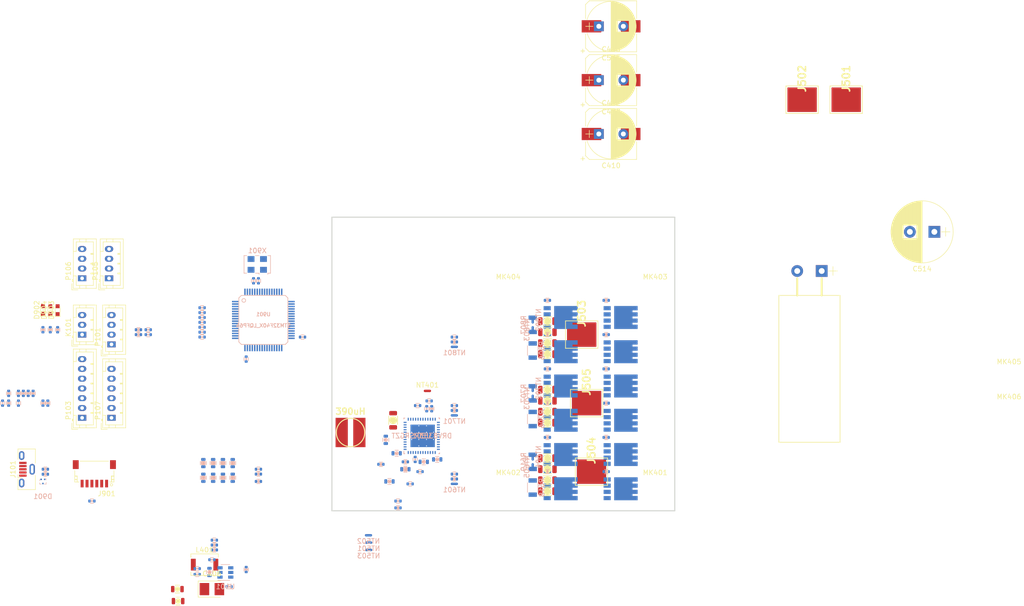
<source format=kicad_pcb>
(kicad_pcb (version 20171130) (host pcbnew "(5.1.4)-1")
  (layers (0 F.Cu signal) (1 In1.Cu power) (2 In2.Cu signal) (31 B.Cu power) (34 B.Paste user) (35 F.Paste user) (36 B.SilkS user) (37 F.SilkS user) (38 B.Mask user) (39 F.Mask user) (44 Edge.Cuts user))
  (net 0 "")
  (net 1 GND)
  (net 2 +3V3)
  (net 3 NRST)
  (net 4 +12V)
  (net 5 "Net-(J101-Pad2)")
  (net 6 "Net-(J101-Pad3)")
  (net 7 SWDIO)
  (net 8 SWCLK)
  (net 9 "Net-(K101-Pad1)")
  (net 10 "Net-(C507-Pad2)")
  (net 11 GNDD)
  (net 12 +BATT)
  (net 13 /drv_power_stage/buck_rcl)
  (net 14 "Net-(Q701-Pad2)")
  (net 15 "Net-(Q702-Pad2)")
  (net 16 "Net-(Q703-Pad2)")
  (net 17 "Net-(Q704-Pad2)")
  (net 18 "Net-(Q801-Pad2)")
  (net 19 "Net-(Q802-Pad2)")
  (net 20 "Net-(Q803-Pad2)")
  (net 21 "Net-(Q804-Pad2)")
  (net 22 GNDA)
  (net 23 /drv_power_stage/ENABLE)
  (net 24 /drv_power_stage/A_VSENSE)
  (net 25 /drv_power_stage/B_VSENSE)
  (net 26 /drv_power_stage/C_VSENSE)
  (net 27 "Net-(C201-Pad1)")
  (net 28 "Net-(C403-Pad1)")
  (net 29 "Net-(C403-Pad2)")
  (net 30 "Net-(C407-Pad2)")
  (net 31 "Net-(C505-Pad1)")
  (net 32 "Net-(C507-Pad1)")
  (net 33 "Net-(C508-Pad2)")
  (net 34 "Net-(C509-Pad1)")
  (net 35 "Net-(C510-Pad2)")
  (net 36 "Net-(C510-Pad1)")
  (net 37 "Net-(C511-Pad2)")
  (net 38 "Net-(C512-Pad2)")
  (net 39 /drv_power_stage/GDRV_VSENSE)
  (net 40 "Net-(C906-Pad1)")
  (net 41 "Net-(C908-Pad1)")
  (net 42 "Net-(D902-Pad1)")
  (net 43 "Net-(D903-Pad1)")
  (net 44 "Net-(D904-Pad1)")
  (net 45 "Net-(K101-Pad2)")
  (net 46 /drv_power_stage/3.3_IREF)
  (net 47 /drv_power_stage/PHASE_B)
  (net 48 /drv_power_stage/PHASE_C)
  (net 49 /drv_power_stage/PHASE_A)
  (net 50 "Net-(Q601-Pad2)")
  (net 51 "Net-(Q602-Pad2)")
  (net 52 "Net-(Q603-Pad2)")
  (net 53 "Net-(Q604-Pad2)")
  (net 54 "Net-(R401-Pad1)")
  (net 55 /drv_power_stage/DRV_SDO)
  (net 56 "Net-(R503-Pad2)")
  (net 57 /drv_power_stage/A_ISENSE)
  (net 58 /drv_power_stage/B_ISENSE)
  (net 59 /drv_power_stage/C_ISENSE)
  (net 60 /Microcontroller/SERVO)
  (net 61 /Microcontroller/ADC_VBUS)
  (net 62 /Microcontroller/ADC_TEMP)
  (net 63 /Microcontroller/TEMP_MOTOR)
  (net 64 /drv_power_stage/power_phase_B/PR_SENSE)
  (net 65 /drv_power_stage/power_phase_B/NR_SENSE)
  (net 66 /drv_power_stage/power_phase_C/PR_SENSE)
  (net 67 /drv_power_stage/power_phase_C/NR_SENSE)
  (net 68 /drv_power_stage/power_phase_A/PR_SENSE)
  (net 69 /drv_power_stage/power_phase_A/NR_SENSE)
  (net 70 /Microcontroller/VCAP2)
  (net 71 /Microcontroller/VCAP1)
  (net 72 /Microcontroller/USB_DM)
  (net 73 /Microcontroller/USB_DP)
  (net 74 /drv_power_stage/power_phase_B/H_SWITCH)
  (net 75 /drv_power_stage/power_phase_C/H_SWITCH)
  (net 76 /drv_power_stage/power_phase_A/H_SWITCH)
  (net 77 /CAN_tranciever/CANH)
  (net 78 /CAN_tranciever/CANL)
  (net 79 /Microcontroller/BRAKE_SW)
  (net 80 /Microcontroller/ADC_BRAKE)
  (net 81 /Microcontroller/ADC_THROTTLE)
  (net 82 /Microcontroller/USART1_RX)
  (net 83 /Microcontroller/USART1_TX)
  (net 84 /Microcontroller/SCL_2)
  (net 85 /Microcontroller/SDA_2)
  (net 86 /Microcontroller/HALL_3)
  (net 87 /Microcontroller/HALL_2)
  (net 88 /Microcontroller/HALL_1)
  (net 89 /drv_power_stage/power_phase_B/PH_GND_LOW)
  (net 90 /drv_power_stage/power_phase_C/PH_GND_LOW)
  (net 91 /drv_power_stage/power_phase_A/PH_GND_LOW)
  (net 92 /Microcontroller/FAULT)
  (net 93 /drv_power_stage/power_phase_B/H_GATE)
  (net 94 /drv_power_stage/power_phase_B/L_GATE)
  (net 95 /drv_power_stage/power_phase_C/H_GATE)
  (net 96 /drv_power_stage/power_phase_C/L_GATE)
  (net 97 /drv_power_stage/power_phase_A/H_GATE)
  (net 98 /drv_power_stage/power_phase_A/L_GATE)
  (net 99 /Microcontroller/LED_GREEN)
  (net 100 /Microcontroller/LED_RED)
  (net 101 /Microcontroller/L3)
  (net 102 /Microcontroller/H3)
  (net 103 /Microcontroller/L2)
  (net 104 /Microcontroller/H2)
  (net 105 /Microcontroller/L1)
  (net 106 /Microcontroller/H1)
  (net 107 "Net-(NT605-Pad1)")
  (net 108 "Net-(NT703-Pad1)")
  (net 109 "Net-(NT803-Pad1)")
  (net 110 "Net-(C511-Pad1)")
  (module Mounting_Holes:MountingHole_3.2mm_M3_DIN965 (layer F.Cu) (at 238.25 140.5)
    (fp_text reference MK406 (at 0 -3.8) (layer F.SilkS))
    (fp_text value Mounting_Hole)
    (pad 1 np_thru_hole circle (at 0 0) (size 3.2 3.2) (drill 3.2) (layers *.Cu *.Mask))
  )
  (module Mounting_Holes:MountingHole_3.2mm_M3_DIN965 (layer F.Cu) (at 238.25 133.35)
    (fp_text reference MK405 (at 0 -3.8) (layer F.SilkS))
    (fp_text value Mounting_Hole)
    (pad 1 np_thru_hole circle (at 0 0) (size 3.2 3.2) (drill 3.2) (layers *.Cu *.Mask))
  )
  (module Mounting_Holes:MountingHole_3.2mm_M3_DIN965 (layer F.Cu) (at 136 116)
    (fp_text reference MK404 (at 0 -3.8) (layer F.SilkS))
    (fp_text value Mounting_Hole)
    (pad 1 np_thru_hole circle (at 0 0) (size 3.2 3.2) (drill 3.2) (layers *.Cu *.Mask))
  )
  (module Mounting_Holes:MountingHole_3.2mm_M3_DIN965 (layer F.Cu) (at 166 116)
    (fp_text reference MK403 (at 0 -3.8) (layer F.SilkS))
    (fp_text value Mounting_Hole)
    (pad 1 np_thru_hole circle (at 0 0) (size 3.2 3.2) (drill 3.2) (layers *.Cu *.Mask))
  )
  (module Mounting_Holes:MountingHole_3.2mm_M3_DIN965 (layer F.Cu) (at 136 156)
    (fp_text reference MK402 (at 0 -3.8) (layer F.SilkS))
    (fp_text value Mounting_Hole)
    (pad 1 np_thru_hole circle (at 0 0) (size 3.2 3.2) (drill 3.2) (layers *.Cu *.Mask))
  )
  (module Mounting_Holes:MountingHole_3.2mm_M3_DIN965 (layer F.Cu) (at 166 156)
    (fp_text reference MK401 (at 0 -3.8) (layer F.SilkS))
    (fp_text value Mounting_Hole)
    (pad 1 np_thru_hole circle (at 0 0) (size 3.2 3.2) (drill 3.2) (layers *.Cu *.Mask))
  )
  (module Capacitors_THT:CP_Radial_D10.0mm_P5.00mm (layer F.Cu) (at 154.5 61)
    (fp_text reference C414 (at 2.5 -6.31) (layer F.SilkS))
    (fp_text value 56uF)
    (pad 1 thru_hole rect (at 0 0) (size 2 2) (drill 1) (layers *.Cu *.Mask) (net 12 +BATT))
    (pad 2 thru_hole circle (at 5 0) (size 2 2) (drill 1) (layers *.Cu *.Mask) (net 1 GND))
  )
  (module Capacitors_THT:CP_Radial_D10.0mm_P5.00mm (layer F.Cu) (at 154.5 72)
    (fp_text reference C413 (at 2.5 -6.31) (layer F.SilkS))
    (fp_text value 56uF)
    (pad 1 thru_hole rect (at 0 0) (size 2 2) (drill 1) (layers *.Cu *.Mask) (net 12 +BATT))
    (pad 2 thru_hole circle (at 5 0) (size 2 2) (drill 1) (layers *.Cu *.Mask) (net 1 GND))
  )
  (module Capacitors_THT:CP_Radial_D10.0mm_P5.00mm (layer F.Cu) (at 154.5 83)
    (fp_text reference C412 (at 2.5 -6.31) (layer F.SilkS))
    (fp_text value 56uF)
    (pad 1 thru_hole rect (at 0 0) (size 2 2) (drill 1) (layers *.Cu *.Mask) (net 12 +BATT))
    (pad 2 thru_hole circle (at 5 0) (size 2 2) (drill 1) (layers *.Cu *.Mask) (net 1 GND))
  )
  (module moxie-drive-custom:CP_Radial_D12.5mm_P5.00mm_horiz (layer F.Cu) (at 200 111 180)
    (fp_text reference C411)
    (fp_text value 560uF)
    (pad 1 thru_hole rect (at 0 0 180) (size 2.4 2.4) (drill 1.2) (layers *.Cu *.Mask) (net 12 +BATT))
    (pad 2 thru_hole circle (at 5 0 180) (size 2.4 2.4) (drill 1.2) (layers *.Cu *.Mask) (net 1 GND))
  )
  (module NetTie:NetTie-2_SMD_Pad0.5mm (layer F.Cu) (at 119.5 135.5)
    (fp_text reference NT401 (at 0 -1.2) (layer F.SilkS))
    (fp_text value Net-Tie_2)
    (fp_poly (pts (xy -0.5 -0.25) (xy 0.5 -0.25) (xy 0.5 0.25) (xy -0.5 0.25)) (layer F.Cu) (width 0))
    (pad 2 smd circle (at 0.5 0) (size 0.5 0.5) (layers F.Cu) (net 110 "Net-(C511-Pad1)"))
    (pad 1 smd circle (at -0.5 0) (size 0.5 0.5) (layers F.Cu) (net 12 +BATT))
  )
  (module crf1:inductor_smd_5.8mmx4.8hmm (layer F.Cu) (at 103.80086 144)
    (fp_text reference L501 hide)
    (fp_text value 390uH (at 0 -4.30022) (layer F.SilkS) (effects (font (size 1.27 1.27) (thickness 0.254))))
    (pad 2 smd rect (at -1.80086 0) (size 2.49936 5.99948) (layers F.Cu F.Paste F.Mask) (net 35 "Net-(C510-Pad2)"))
    (pad 1 smd rect (at 1.80086 0) (size 2.49936 5.99948) (layers F.Cu F.Paste F.Mask) (net 38 "Net-(C512-Pad2)"))
  )
  (module crf1:1PAD_6x5mm (layer F.Cu) (at 152 138)
    (fp_text reference J505 (at 0 -4.3 270) (layer F.SilkS) (effects (font (size 1.524 1.524) (thickness 0.3048))))
    (fp_text value C hide)
    (pad 1 smd rect (at 0 0) (size 6 5) (layers F.Cu F.Paste F.Mask) (net 48 /drv_power_stage/PHASE_C))
  )
  (module crf1:1PAD_6x5mm (layer F.Cu) (at 153 152)
    (fp_text reference J504 (at 0 -4.3 270) (layer F.SilkS) (effects (font (size 1.524 1.524) (thickness 0.3048))))
    (fp_text value B hide)
    (pad 1 smd rect (at 0 0) (size 6 5) (layers F.Cu F.Paste F.Mask) (net 47 /drv_power_stage/PHASE_B))
  )
  (module crf1:1PAD_6x5mm (layer F.Cu) (at 151 124)
    (fp_text reference J503 (at 0 -4.3 -90) (layer F.SilkS) (effects (font (size 1.524 1.524) (thickness 0.3048))))
    (fp_text value A hide)
    (pad 1 smd rect (at 0 0) (size 6 5) (layers F.Cu F.Paste F.Mask) (net 49 /drv_power_stage/PHASE_A))
  )
  (module crf1:1PAD_6x5mm (layer F.Cu) (at 196 76)
    (fp_text reference J502 (at 0 -4.3 270) (layer F.SilkS) (effects (font (size 1.524 1.524) (thickness 0.3048))))
    (fp_text value Gnd hide)
    (pad 1 smd rect (at 0 0) (size 6 5) (layers F.Cu F.Paste F.Mask) (net 1 GND))
  )
  (module crf1:1PAD_6x5mm (layer F.Cu) (at 205 76)
    (fp_text reference J501 (at 0 -4.3 270) (layer F.SilkS) (effects (font (size 1.524 1.524) (thickness 0.3048))))
    (fp_text value +Vbat hide)
    (pad 1 smd rect (at 0 0) (size 6 5) (layers F.Cu F.Paste F.Mask) (net 12 +BATT))
  )
  (module Capacitors_SMD:CP_Elec_10x10.5 (layer F.Cu) (at 157 61)
    (fp_text reference C515 (at 0 6.46) (layer F.SilkS))
    (fp_text value 20uF)
    (fp_text user + (at -5.78 4.97) (layer F.SilkS))
    (pad 1 smd rect (at -4 0 180) (size 4 2.5) (layers F.Cu F.Paste F.Mask) (net 12 +BATT))
    (pad 2 smd rect (at 4 0 180) (size 4 2.5) (layers F.Cu F.Paste F.Mask) (net 1 GND))
  )
  (module pkl_dipol:C_0402 (layer B.Cu) (at 115.975 154.5)
    (fp_text reference C506)
    (fp_text value 0.1uF)
    (pad 2 smd roundrect (at 0.5 0) (size 0.5 0.6) (layers B.Cu B.Paste B.Mask) (net 22 GNDA))
    (pad 1 smd roundrect (at -0.5 0) (size 0.5 0.6) (layers B.Cu B.Paste B.Mask) (net 46 /drv_power_stage/3.3_IREF))
  )
  (module pkl_dipol:C_0603 (layer B.Cu) (at 113.218474 148.243303)
    (fp_text reference C504)
    (fp_text value 0.1uF)
    (pad 2 smd roundrect (at 0.75 0) (size 0.6 0.9) (layers B.Cu B.Paste B.Mask) (net 11 GNDD))
    (pad 1 smd roundrect (at -0.75 0) (size 0.6 0.9) (layers B.Cu B.Paste B.Mask) (net 12 +BATT))
  )
  (module Capacitors_SMD:CP_Elec_10x10.5 (layer F.Cu) (at 157 83)
    (fp_text reference C410 (at 0 6.46) (layer F.SilkS))
    (fp_text value 20uF)
    (fp_text user + (at -5.78 4.97) (layer F.SilkS))
    (pad 1 smd rect (at -4 0 180) (size 4 2.5) (layers F.Cu F.Paste F.Mask) (net 12 +BATT))
    (pad 2 smd rect (at 4 0 180) (size 4 2.5) (layers F.Cu F.Paste F.Mask) (net 1 GND))
  )
  (module Capacitors_SMD:CP_Elec_10x10.5 (layer F.Cu) (at 157 72)
    (fp_text reference C409 (at 0 6.46) (layer F.SilkS))
    (fp_text value 20uF)
    (fp_text user + (at -5.78 4.97) (layer F.SilkS))
    (pad 1 smd rect (at -4 0 180) (size 4 2.5) (layers F.Cu F.Paste F.Mask) (net 12 +BATT))
    (pad 2 smd rect (at 4 0 180) (size 4 2.5) (layers F.Cu F.Paste F.Mask) (net 1 GND))
  )
  (module pkl_dipol:R_0402 (layer B.Cu) (at 76 168 180)
    (fp_text reference R403)
    (fp_text value "10k 0.1%")
    (pad 2 smd roundrect (at 0.5 0 180) (size 0.5 0.6) (layers B.Cu B.Paste B.Mask) (net 1 GND))
    (pad 1 smd roundrect (at -0.5 0 180) (size 0.5 0.6) (layers B.Cu B.Paste B.Mask) (net 30 "Net-(C407-Pad2)"))
  )
  (module pkl_dipol:R_0402 (layer B.Cu) (at 76 167)
    (fp_text reference R402)
    (fp_text value "R33.2k 0.1%")
    (pad 2 smd roundrect (at 0.5 0) (size 0.5 0.6) (layers B.Cu B.Paste B.Mask) (net 30 "Net-(C407-Pad2)"))
    (pad 1 smd roundrect (at -0.5 0) (size 0.5 0.6) (layers B.Cu B.Paste B.Mask) (net 2 +3V3))
  )
  (module pkl_dipol:R_0402 (layer B.Cu) (at 82.5 172 90)
    (fp_text reference R401)
    (fp_text value 1k)
    (pad 2 smd roundrect (at 0.5 0 90) (size 0.5 0.6) (layers B.Cu B.Paste B.Mask) (net 4 +12V))
    (pad 1 smd roundrect (at -0.5 0 90) (size 0.5 0.6) (layers B.Cu B.Paste B.Mask) (net 54 "Net-(R401-Pad1)"))
  )
  (module Inductors_SMD:L_Neosid_Ms42 (layer F.Cu) (at 74 171)
    (fp_text reference L401 (at 0 -3) (layer F.SilkS))
    (fp_text value 3.3uH)
    (pad 1 smd rect (at -2.3 0) (size 1 2.4) (layers F.Cu F.Paste F.Mask) (net 2 +3V3))
    (pad 2 smd rect (at 2.3 0) (size 1 2.4) (layers F.Cu F.Paste F.Mask) (net 28 "Net-(C403-Pad1)"))
  )
  (module pkl_dipol:C_0402 (layer B.Cu) (at 85 151.5)
    (fp_text reference C408)
    (fp_text value 100nf)
    (pad 2 smd roundrect (at 0.5 0) (size 0.5 0.6) (layers B.Cu B.Paste B.Mask) (net 22 GNDA))
    (pad 1 smd roundrect (at -0.5 0) (size 0.5 0.6) (layers B.Cu B.Paste B.Mask) (net 62 /Microcontroller/ADC_TEMP))
  )
  (module pkl_dipol:C_0402 (layer B.Cu) (at 76 166)
    (fp_text reference C407)
    (fp_text value NP)
    (pad 2 smd roundrect (at 0.5 0) (size 0.5 0.6) (layers B.Cu B.Paste B.Mask) (net 30 "Net-(C407-Pad2)"))
    (pad 1 smd roundrect (at -0.5 0) (size 0.5 0.6) (layers B.Cu B.Paste B.Mask) (net 2 +3V3))
  )
  (module pkl_dipol:C_0402 (layer B.Cu) (at 72.5 173)
    (fp_text reference C405)
    (fp_text value 2.2uf)
    (pad 2 smd roundrect (at 0.5 0) (size 0.5 0.6) (layers B.Cu B.Paste B.Mask) (net 1 GND))
    (pad 1 smd roundrect (at -0.5 0) (size 0.5 0.6) (layers B.Cu B.Paste B.Mask) (net 2 +3V3))
  )
  (module pkl_dipol:C_0402 (layer B.Cu) (at 72.5 171.815)
    (fp_text reference C404)
    (fp_text value 100nf)
    (pad 2 smd roundrect (at 0.5 0) (size 0.5 0.6) (layers B.Cu B.Paste B.Mask) (net 1 GND))
    (pad 1 smd roundrect (at -0.5 0) (size 0.5 0.6) (layers B.Cu B.Paste B.Mask) (net 2 +3V3))
  )
  (module pkl_dipol:C_0402 (layer B.Cu) (at 79 175.5)
    (fp_text reference C403)
    (fp_text value 100nf)
    (pad 2 smd roundrect (at 0.5 0) (size 0.5 0.6) (layers B.Cu B.Paste B.Mask) (net 29 "Net-(C403-Pad2)"))
    (pad 1 smd roundrect (at -0.5 0) (size 0.5 0.6) (layers B.Cu B.Paste B.Mask) (net 28 "Net-(C403-Pad1)"))
  )
  (module pkl_dipol:C_0402 (layer B.Cu) (at 75.5 170)
    (fp_text reference C402)
    (fp_text value 100nf)
    (pad 2 smd roundrect (at 0.5 0) (size 0.5 0.6) (layers B.Cu B.Paste B.Mask) (net 1 GND))
    (pad 1 smd roundrect (at -0.5 0) (size 0.5 0.6) (layers B.Cu B.Paste B.Mask) (net 4 +12V))
  )
  (module pkl_dipol:C_0603 (layer B.Cu) (at 75 172.5 270)
    (fp_text reference C401)
    (fp_text value 2.2uf)
    (pad 2 smd roundrect (at 0.75 0 270) (size 0.6 0.9) (layers B.Cu B.Paste B.Mask) (net 1 GND))
    (pad 1 smd roundrect (at -0.75 0 270) (size 0.6 0.9) (layers B.Cu B.Paste B.Mask) (net 4 +12V))
  )
  (module Connectors_JST:JST_PH_B4B-PH-K_04x2.00mm_Straight (layer F.Cu) (at 49 112.5 90)
    (fp_text reference P106 (at 1.5 -2.8 90) (layer F.SilkS))
    (fp_text value I2C)
    (pad 1 thru_hole rect (at 0 0 90) (size 1.2 1.7) (drill 0.75) (layers *.Cu *.Mask) (net 84 /Microcontroller/SCL_2))
    (pad 2 thru_hole oval (at 2 0 90) (size 1.2 1.7) (drill 0.75) (layers *.Cu *.Mask) (net 85 /Microcontroller/SDA_2))
    (pad 3 thru_hole oval (at 4 0 90) (size 1.2 1.7) (drill 0.75) (layers *.Cu *.Mask) (net 2 +3V3))
    (pad 4 thru_hole oval (at 6 0 90) (size 1.2 1.7) (drill 0.75) (layers *.Cu *.Mask) (net 1 GND))
  )
  (module Resistors_SMD:R_1206 (layer B.Cu) (at 141 122 270)
    (fp_text reference R807 (at 0 1.85 90) (layer B.SilkS) (effects (justify mirror)))
    (fp_text value 1mΩ)
    (pad 1 smd rect (at -1.45 0 270) (size 0.9 1.7) (layers B.Cu B.Paste B.Mask) (net 91 /drv_power_stage/power_phase_A/PH_GND_LOW))
    (pad 2 smd rect (at 1.45 0 270) (size 0.9 1.7) (layers B.Cu B.Paste B.Mask) (net 11 GNDD))
  )
  (module Resistors_SMD:R_1206 (layer B.Cu) (at 141 127.25 90)
    (fp_text reference R806 (at 0 1.85 90) (layer B.SilkS) (effects (justify mirror)))
    (fp_text value 1mΩ)
    (pad 1 smd rect (at -1.45 0 90) (size 0.9 1.7) (layers B.Cu B.Paste B.Mask) (net 91 /drv_power_stage/power_phase_A/PH_GND_LOW))
    (pad 2 smd rect (at 1.45 0 90) (size 0.9 1.7) (layers B.Cu B.Paste B.Mask) (net 11 GNDD))
  )
  (module Resistors_SMD:R_1206 (layer B.Cu) (at 141 136 270)
    (fp_text reference R707 (at 0 1.85 270) (layer B.SilkS) (effects (justify mirror)))
    (fp_text value 1mΩ)
    (pad 1 smd rect (at -1.45 0 270) (size 0.9 1.7) (layers B.Cu B.Paste B.Mask) (net 90 /drv_power_stage/power_phase_C/PH_GND_LOW))
    (pad 2 smd rect (at 1.45 0 270) (size 0.9 1.7) (layers B.Cu B.Paste B.Mask) (net 11 GNDD))
  )
  (module Resistors_SMD:R_1206 (layer B.Cu) (at 141 141.25 90)
    (fp_text reference R706 (at 0 1.85 90) (layer B.SilkS) (effects (justify mirror)))
    (fp_text value 1mΩ)
    (pad 1 smd rect (at -1.45 0 90) (size 0.9 1.7) (layers B.Cu B.Paste B.Mask) (net 90 /drv_power_stage/power_phase_C/PH_GND_LOW))
    (pad 2 smd rect (at 1.45 0 90) (size 0.9 1.7) (layers B.Cu B.Paste B.Mask) (net 11 GNDD))
  )
  (module Resistors_SMD:R_1206 (layer B.Cu) (at 141 150 270)
    (fp_text reference R619 (at 0 1.85 270) (layer B.SilkS) (effects (justify mirror)))
    (fp_text value 1mΩ)
    (pad 1 smd rect (at -1.45 0 270) (size 0.9 1.7) (layers B.Cu B.Paste B.Mask) (net 89 /drv_power_stage/power_phase_B/PH_GND_LOW))
    (pad 2 smd rect (at 1.45 0 270) (size 0.9 1.7) (layers B.Cu B.Paste B.Mask) (net 11 GNDD))
  )
  (module Resistors_SMD:R_1206 (layer B.Cu) (at 141 155.25 90)
    (fp_text reference R618 (at 0 1.85 90) (layer B.SilkS) (effects (justify mirror)))
    (fp_text value 1mΩ)
    (pad 1 smd rect (at -1.45 0 90) (size 0.9 1.7) (layers B.Cu B.Paste B.Mask) (net 89 /drv_power_stage/power_phase_B/PH_GND_LOW))
    (pad 2 smd rect (at 1.45 0 90) (size 0.9 1.7) (layers B.Cu B.Paste B.Mask) (net 11 GNDD))
  )
  (module NetTie:NetTie-2_SMD_Pad0.5mm (layer B.Cu) (at 141 123 270)
    (fp_text reference NT803 (at 0 1.2 270) (layer B.SilkS) (effects (justify mirror)))
    (fp_text value Net-Tie_2)
    (fp_poly (pts (xy -0.5 0.25) (xy 0.5 0.25) (xy 0.5 -0.25) (xy -0.5 -0.25)) (layer B.Cu) (width 0))
    (pad 2 smd circle (at 0.5 0 270) (size 0.5 0.5) (layers B.Cu) (net 11 GNDD))
    (pad 1 smd circle (at -0.5 0 270) (size 0.5 0.5) (layers B.Cu) (net 109 "Net-(NT803-Pad1)"))
  )
  (module NetTie:NetTie-2_SMD_Pad0.5mm (layer B.Cu) (at 141 121 90)
    (fp_text reference NT802 (at 0 1.2 270) (layer B.SilkS) (effects (justify mirror)))
    (fp_text value Net-Tie_2)
    (fp_poly (pts (xy -0.5 0.25) (xy 0.5 0.25) (xy 0.5 -0.25) (xy -0.5 -0.25)) (layer B.Cu) (width 0))
    (pad 2 smd circle (at 0.5 0 90) (size 0.5 0.5) (layers B.Cu) (net 91 /drv_power_stage/power_phase_A/PH_GND_LOW))
    (pad 1 smd circle (at -0.5 0 90) (size 0.5 0.5) (layers B.Cu) (net 68 /drv_power_stage/power_phase_A/PR_SENSE))
  )
  (module NetTie:NetTie-2_SMD_Pad0.5mm (layer B.Cu) (at 141 137 270)
    (fp_text reference NT703 (at 0 1.2 270) (layer B.SilkS) (effects (justify mirror)))
    (fp_text value Net-Tie_2)
    (fp_poly (pts (xy -0.5 0.25) (xy 0.5 0.25) (xy 0.5 -0.25) (xy -0.5 -0.25)) (layer B.Cu) (width 0))
    (pad 2 smd circle (at 0.5 0 270) (size 0.5 0.5) (layers B.Cu) (net 11 GNDD))
    (pad 1 smd circle (at -0.5 0 270) (size 0.5 0.5) (layers B.Cu) (net 108 "Net-(NT703-Pad1)"))
  )
  (module NetTie:NetTie-2_SMD_Pad0.5mm (layer B.Cu) (at 141 135 90)
    (fp_text reference NT702 (at 0 1.2 90) (layer B.SilkS) (effects (justify mirror)))
    (fp_text value Net-Tie_2)
    (fp_poly (pts (xy -0.5 0.25) (xy 0.5 0.25) (xy 0.5 -0.25) (xy -0.5 -0.25)) (layer B.Cu) (width 0))
    (pad 2 smd circle (at 0.5 0 90) (size 0.5 0.5) (layers B.Cu) (net 90 /drv_power_stage/power_phase_C/PH_GND_LOW))
    (pad 1 smd circle (at -0.5 0 90) (size 0.5 0.5) (layers B.Cu) (net 66 /drv_power_stage/power_phase_C/PR_SENSE))
  )
  (module NetTie:NetTie-2_SMD_Pad0.5mm (layer B.Cu) (at 141 151 270)
    (fp_text reference NT605 (at 0 1.2 270) (layer B.SilkS) (effects (justify mirror)))
    (fp_text value Net-Tie_2)
    (fp_poly (pts (xy -0.5 0.25) (xy 0.5 0.25) (xy 0.5 -0.25) (xy -0.5 -0.25)) (layer B.Cu) (width 0))
    (pad 2 smd circle (at 0.5 0 270) (size 0.5 0.5) (layers B.Cu) (net 11 GNDD))
    (pad 1 smd circle (at -0.5 0 270) (size 0.5 0.5) (layers B.Cu) (net 107 "Net-(NT605-Pad1)"))
  )
  (module NetTie:NetTie-2_SMD_Pad0.5mm (layer B.Cu) (at 141 149 90)
    (fp_text reference NT604 (at 0 1.2 90) (layer B.SilkS) (effects (justify mirror)))
    (fp_text value Net-Tie_2)
    (fp_poly (pts (xy -0.5 0.25) (xy 0.5 0.25) (xy 0.5 -0.25) (xy -0.5 -0.25)) (layer B.Cu) (width 0))
    (pad 2 smd circle (at 0.5 0 90) (size 0.5 0.5) (layers B.Cu) (net 89 /drv_power_stage/power_phase_B/PH_GND_LOW))
    (pad 1 smd circle (at -0.5 0 90) (size 0.5 0.5) (layers B.Cu) (net 64 /drv_power_stage/power_phase_B/PR_SENSE))
  )
  (module pkl_dipol:R_0402 (layer B.Cu) (at 144 124 180)
    (fp_text reference R805)
    (fp_text value 5Ω)
    (pad 1 smd roundrect (at -0.5 0 180) (size 0.5 0.6) (layers B.Cu B.Paste B.Mask) (net 21 "Net-(Q804-Pad2)"))
    (pad 2 smd roundrect (at 0.5 0 180) (size 0.5 0.6) (layers B.Cu B.Paste B.Mask) (net 98 /drv_power_stage/power_phase_A/L_GATE))
  )
  (module Capacitors_THT:CP_Radial_D12.5mm_P5.00mm (layer F.Cu) (at 223 103 180)
    (fp_text reference C514 (at 2.5 -7.56) (layer F.SilkS))
    (fp_text value 560uF)
    (pad 1 thru_hole rect (at 0 0 180) (size 2.4 2.4) (drill 1.2) (layers *.Cu *.Mask) (net 12 +BATT))
    (pad 2 thru_hole circle (at 5 0 180) (size 2.4 2.4) (drill 1.2) (layers *.Cu *.Mask) (net 1 GND))
  )
  (module Oscillators:Oscillator_SMD_EuroQuartz_XO53-4pin_5.0x3.2mm (layer B.Cu) (at 84.76 109.65 180)
    (fp_text reference X901 (at 0 2.8) (layer B.SilkS) (effects (justify mirror)))
    (fp_text value "8MHz 10ppm")
    (pad 1 smd rect (at -1.27 -1.1 180) (size 1.4 1.2) (layers B.Cu B.Paste B.Mask) (net 40 "Net-(C906-Pad1)"))
    (pad 2 smd rect (at 1.27 -1.1 180) (size 1.4 1.2) (layers B.Cu B.Paste B.Mask) (net 41 "Net-(C908-Pad1)"))
    (pad 3 smd rect (at 1.27 1.1 180) (size 1.4 1.2) (layers B.Cu B.Paste B.Mask) (net 1 GND))
    (pad 4 smd rect (at -1.27 1.1 180) (size 1.4 1.2) (layers B.Cu B.Paste B.Mask))
  )
  (module crf1:lqfp64_pad_mod (layer B.Cu) (at 86 121)
    (fp_text reference U901 (at 0 -1.143) (layer B.SilkS) (effects (font (size 0.7493 0.7493) (thickness 0.14986)) (justify mirror)))
    (fp_text value STM32F40X_LQFP64 (at 0 1.143) (layer B.SilkS) (effects (font (size 0.7493 0.7493) (thickness 0.14986)) (justify mirror)))
    (pad 64 smd rect (at -5.75056 -3.74904) (size 1.30048 0.3) (layers B.Cu B.Paste B.Mask) (net 2 +3V3))
    (pad 63 smd rect (at -5.75056 -3.2512) (size 1.30048 0.3) (layers B.Cu B.Paste B.Mask) (net 1 GND))
    (pad 62 smd rect (at -5.75056 -2.75082) (size 1.30048 0.3) (layers B.Cu B.Paste B.Mask))
    (pad 61 smd rect (at -5.75056 -2.25044) (size 1.30048 0.3) (layers B.Cu B.Paste B.Mask))
    (pad 60 smd rect (at -5.75056 -1.75006) (size 1.30048 0.3) (layers B.Cu B.Paste B.Mask) (net 1 GND))
    (pad 48 smd rect (at -3.74904 5.75056) (size 0.3 1.30048) (layers B.Cu B.Paste B.Mask) (net 2 +3V3))
    (pad 47 smd rect (at -3.2512 5.75056) (size 0.3 1.30048) (layers B.Cu B.Paste B.Mask) (net 70 /Microcontroller/VCAP2))
    (pad 46 smd rect (at -2.75082 5.75056) (size 0.3 1.30048) (layers B.Cu B.Paste B.Mask) (net 7 SWDIO))
    (pad 45 smd rect (at -2.25044 5.75056) (size 0.3 1.30048) (layers B.Cu B.Paste B.Mask) (net 73 /Microcontroller/USB_DP))
    (pad 44 smd rect (at -1.75006 5.75056) (size 0.3 1.30048) (layers B.Cu B.Paste B.Mask) (net 72 /Microcontroller/USB_DM))
    (pad 32 smd rect (at 5.75056 3.74904) (size 1.30048 0.3) (layers B.Cu B.Paste B.Mask) (net 2 +3V3))
    (pad 31 smd rect (at 5.75056 3.2512) (size 1.30048 0.3) (layers B.Cu B.Paste B.Mask) (net 71 /Microcontroller/VCAP1))
    (pad 30 smd rect (at 5.75056 2.75082) (size 1.30048 0.3) (layers B.Cu B.Paste B.Mask) (net 85 /Microcontroller/SDA_2))
    (pad 29 smd rect (at 5.75056 2.25044) (size 1.30048 0.3) (layers B.Cu B.Paste B.Mask) (net 84 /Microcontroller/SCL_2))
    (pad 28 smd rect (at 5.75056 1.75006) (size 1.30048 0.3) (layers B.Cu B.Paste B.Mask))
    (pad 16 smd rect (at 3.74904 -5.75056) (size 0.3 1.30048) (layers B.Cu B.Paste B.Mask) (net 26 /drv_power_stage/C_VSENSE))
    (pad 15 smd rect (at 3.2512 -5.75056) (size 0.3 1.30048) (layers B.Cu B.Paste B.Mask) (net 25 /drv_power_stage/B_VSENSE))
    (pad 14 smd rect (at 2.75082 -5.75056) (size 0.3 1.30048) (layers B.Cu B.Paste B.Mask) (net 24 /drv_power_stage/A_VSENSE))
    (pad 13 smd rect (at 2.25044 -5.75056) (size 0.3 1.30048) (layers B.Cu B.Paste B.Mask) (net 2 +3V3))
    (pad 12 smd rect (at 1.75006 -5.75056) (size 0.3 1.30048) (layers B.Cu B.Paste B.Mask) (net 22 GNDA))
    (pad 59 smd rect (at -5.75056 -1.24968) (size 1.30048 0.3) (layers B.Cu B.Paste B.Mask) (net 82 /Microcontroller/USART1_RX))
    (pad 58 smd rect (at -5.75056 -0.7493) (size 1.30048 0.3) (layers B.Cu B.Paste B.Mask) (net 83 /Microcontroller/USART1_TX))
    (pad 57 smd rect (at -5.75056 -0.24892) (size 1.30048 0.3) (layers B.Cu B.Paste B.Mask) (net 79 /Microcontroller/BRAKE_SW))
    (pad 43 smd rect (at -1.24968 5.75056) (size 0.3 1.30048) (layers B.Cu B.Paste B.Mask) (net 102 /Microcontroller/H3))
    (pad 42 smd rect (at -0.7493 5.75056) (size 0.3 1.30048) (layers B.Cu B.Paste B.Mask) (net 104 /Microcontroller/H2))
    (pad 41 smd rect (at -0.24892 5.75056) (size 0.3 1.30048) (layers B.Cu B.Paste B.Mask) (net 106 /Microcontroller/H1))
    (pad 27 smd rect (at 5.75056 1.24968) (size 1.30048 0.3) (layers B.Cu B.Paste B.Mask) (net 80 /Microcontroller/ADC_BRAKE))
    (pad 26 smd rect (at 5.75056 0.7493) (size 1.30048 0.3) (layers B.Cu B.Paste B.Mask) (net 81 /Microcontroller/ADC_THROTTLE))
    (pad 25 smd rect (at 5.75056 0.24892) (size 1.30048 0.3) (layers B.Cu B.Paste B.Mask) (net 63 /Microcontroller/TEMP_MOTOR))
    (pad 11 smd rect (at 1.24968 -5.75056) (size 0.3 1.30048) (layers B.Cu B.Paste B.Mask) (net 61 /Microcontroller/ADC_VBUS))
    (pad 10 smd rect (at 0.7493 -5.75056) (size 0.3 1.30048) (layers B.Cu B.Paste B.Mask) (net 59 /drv_power_stage/C_ISENSE))
    (pad 9 smd rect (at 0.24892 -5.75056) (size 0.3 1.30048) (layers B.Cu B.Paste B.Mask) (net 58 /drv_power_stage/B_ISENSE))
    (pad 56 smd rect (at -5.75056 0.24892) (size 1.30048 0.3) (layers B.Cu B.Paste B.Mask))
    (pad 55 smd rect (at -5.75056 0.7493) (size 1.30048 0.3) (layers B.Cu B.Paste B.Mask))
    (pad 54 smd rect (at -5.75056 1.24968) (size 1.30048 0.3) (layers B.Cu B.Paste B.Mask))
    (pad 53 smd rect (at -5.75056 1.75006) (size 1.30048 0.3) (layers B.Cu B.Paste B.Mask))
    (pad 52 smd rect (at -5.75056 2.25044) (size 1.30048 0.3) (layers B.Cu B.Paste B.Mask))
    (pad 51 smd rect (at -5.75056 2.75082) (size 1.30048 0.3) (layers B.Cu B.Paste B.Mask))
    (pad 50 smd rect (at -5.75056 3.2512) (size 1.30048 0.3) (layers B.Cu B.Paste B.Mask))
    (pad 49 smd rect (at -5.75056 3.74904) (size 1.30048 0.3) (layers B.Cu B.Paste B.Mask) (net 8 SWCLK))
    (pad 40 smd rect (at 0.24892 5.75056) (size 0.3 1.30048) (layers B.Cu B.Paste B.Mask) (net 23 /drv_power_stage/ENABLE))
    (pad 39 smd rect (at 0.7493 5.75056) (size 0.3 1.30048) (layers B.Cu B.Paste B.Mask) (net 86 /Microcontroller/HALL_3))
    (pad 38 smd rect (at 1.24968 5.75056) (size 0.3 1.30048) (layers B.Cu B.Paste B.Mask) (net 87 /Microcontroller/HALL_2))
    (pad 37 smd rect (at 1.75006 5.75056) (size 0.3 1.30048) (layers B.Cu B.Paste B.Mask) (net 88 /Microcontroller/HALL_1))
    (pad 36 smd rect (at 2.25044 5.75056) (size 0.3 1.30048) (layers B.Cu B.Paste B.Mask) (net 101 /Microcontroller/L3))
    (pad 35 smd rect (at 2.75082 5.75056) (size 0.3 1.30048) (layers B.Cu B.Paste B.Mask) (net 103 /Microcontroller/L2))
    (pad 34 smd rect (at 3.2512 5.75056) (size 0.3 1.30048) (layers B.Cu B.Paste B.Mask) (net 105 /Microcontroller/L1))
    (pad 33 smd rect (at 3.74904 5.75056) (size 0.3 1.30048) (layers B.Cu B.Paste B.Mask) (net 92 /Microcontroller/FAULT))
    (pad 24 smd rect (at 5.75056 -0.24892) (size 1.30048 0.3) (layers B.Cu B.Paste B.Mask) (net 62 /Microcontroller/ADC_TEMP))
    (pad 23 smd rect (at 5.75056 -0.7493) (size 1.30048 0.3) (layers B.Cu B.Paste B.Mask))
    (pad 22 smd rect (at 5.75056 -1.24968) (size 1.30048 0.3) (layers B.Cu B.Paste B.Mask))
    (pad 21 smd rect (at 5.75056 -1.75006) (size 1.30048 0.3) (layers B.Cu B.Paste B.Mask))
    (pad 20 smd rect (at 5.75056 -2.25044) (size 1.30048 0.3) (layers B.Cu B.Paste B.Mask))
    (pad 19 smd rect (at 5.75056 -2.75082) (size 1.30048 0.3) (layers B.Cu B.Paste B.Mask) (net 2 +3V3))
    (pad 18 smd rect (at 5.75056 -3.2512) (size 1.30048 0.3) (layers B.Cu B.Paste B.Mask) (net 1 GND))
    (pad 17 smd rect (at 5.75056 -3.74904) (size 1.30048 0.3) (layers B.Cu B.Paste B.Mask) (net 60 /Microcontroller/SERVO))
    (pad 3 smd rect (at -2.75082 -5.75056) (size 0.3 1.30048) (layers B.Cu B.Paste B.Mask) (net 99 /Microcontroller/LED_GREEN))
    (pad 2 smd rect (at -3.2512 -5.75056) (size 0.3 1.30048) (layers B.Cu B.Paste B.Mask))
    (pad 1 smd rect (at -3.74904 -5.75056) (size 0.3 1.30048) (layers B.Cu B.Paste B.Mask) (net 2 +3V3))
    (pad 8 smd rect (at -0.24892 -5.75056) (size 0.3 1.30048) (layers B.Cu B.Paste B.Mask) (net 57 /drv_power_stage/A_ISENSE))
    (pad 7 smd rect (at -0.7493 -5.75056) (size 0.3 1.30048) (layers B.Cu B.Paste B.Mask) (net 3 NRST))
    (pad 6 smd rect (at -1.24968 -5.75056) (size 0.3 1.30048) (layers B.Cu B.Paste B.Mask) (net 41 "Net-(C908-Pad1)"))
    (pad 5 smd rect (at -1.75006 -5.75056) (size 0.3 1.30048) (layers B.Cu B.Paste B.Mask) (net 40 "Net-(C906-Pad1)"))
    (pad 4 smd rect (at -2.25044 -5.75056) (size 0.3 1.30048) (layers B.Cu B.Paste B.Mask) (net 100 /Microcontroller/LED_RED))
  )
  (module Locals:DRV8353RHRGZR (layer B.Cu) (at 118.340474 144.687303)
    (fp_text reference U501 (at 0 0) (layer B.SilkS) (effects (justify mirror)))
    (fp_text value DRV8353RSRGZT (at 0 0) (layer B.SilkS) (effects (justify mirror)))
    (fp_text user * (at 0 0) (layer B.SilkS) (effects (justify mirror)))
    (pad 49 thru_hole circle (at 0.973 2.050001) (size 0.499999 0.499999) (drill 0.2032) (layers *.Cu *.Mask) (net 11 GNDD))
    (pad 49 thru_hole circle (at -0.596999 2.050001) (size 0.499999 0.499999) (drill 0.2032) (layers *.Cu *.Mask) (net 11 GNDD))
    (pad 49 thru_hole circle (at 0.973 0.740001) (size 0.499999 0.499999) (drill 0.2032) (layers *.Cu *.Mask) (net 11 GNDD))
    (pad 49 thru_hole circle (at 0.973 -0.740001) (size 0.499999 0.499999) (drill 0.2032) (layers *.Cu *.Mask) (net 11 GNDD))
    (pad 49 thru_hole circle (at 0.973 -2.050001) (size 0.499999 0.499999) (drill 0.2032) (layers *.Cu *.Mask) (net 11 GNDD))
    (pad 49 thru_hole circle (at 2.426 0.740001) (size 0.499999 0.499999) (drill 0.2032) (layers *.Cu *.Mask) (net 11 GNDD))
    (pad 49 thru_hole circle (at 2.426 -0.740001) (size 0.499999 0.499999) (drill 0.2032) (layers *.Cu *.Mask) (net 11 GNDD))
    (pad 49 thru_hole circle (at -0.596999 0.740001) (size 0.499999 0.499999) (drill 0.2032) (layers *.Cu *.Mask) (net 11 GNDD))
    (pad 49 thru_hole circle (at -0.596999 -0.740001) (size 0.499999 0.499999) (drill 0.2032) (layers *.Cu *.Mask) (net 11 GNDD))
    (pad 49 thru_hole circle (at -0.596999 -2.050001) (size 0.499999 0.499999) (drill 0.2032) (layers *.Cu *.Mask) (net 11 GNDD))
    (pad 49 thru_hole circle (at -2.050001 -0.740001) (size 0.499999 0.499999) (drill 0.2032) (layers *.Cu *.Mask) (net 11 GNDD))
    (pad 49 thru_hole circle (at -2.050001 0.740001) (size 0.499999 0.499999) (drill 0.2032) (layers *.Cu *.Mask) (net 11 GNDD))
    (pad 49 smd rect (at 0.188001 0) (size 4.974999 4.600001) (layers B.Cu B.Mask) (net 11 GNDD))
    (pad 48 smd rect (at -2.75 3.400001) (size 0.24 0.599999) (layers B.Cu B.Paste B.Mask) (net 39 /drv_power_stage/GDRV_VSENSE))
    (pad 47 smd rect (at -2.250001 3.400001) (size 0.24 0.599999) (layers B.Cu B.Paste B.Mask) (net 56 "Net-(R503-Pad2)"))
    (pad 46 smd rect (at -1.749999 3.400001) (size 0.24 0.599999) (layers B.Cu B.Paste B.Mask) (net 13 /drv_power_stage/buck_rcl))
    (pad 45 smd rect (at -1.25 3.400001) (size 0.24 0.599999) (layers B.Cu B.Paste B.Mask) (net 36 "Net-(C510-Pad1)"))
    (pad 44 smd rect (at -0.749998 3.400001) (size 0.24 0.599999) (layers B.Cu B.Paste B.Mask) (net 31 "Net-(C505-Pad1)"))
    (pad 43 smd rect (at -0.25 3.400001) (size 0.24 0.599999) (layers B.Cu B.Paste B.Mask) (net 12 +BATT))
    (pad 42 smd rect (at 0.25 3.400001) (size 0.24 0.599999) (layers B.Cu B.Paste B.Mask) (net 35 "Net-(C510-Pad2)"))
    (pad 41 smd rect (at 0.750001 3.400001) (size 0.24 0.599999) (layers B.Cu B.Paste B.Mask) (net 1 GND))
    (pad 40 smd rect (at 1.25 3.400001) (size 0.24 0.599999) (layers B.Cu B.Paste B.Mask) (net 34 "Net-(C509-Pad1)"))
    (pad 39 smd rect (at 1.750002 3.400001) (size 0.24 0.599999) (layers B.Cu B.Paste B.Mask) (net 101 /Microcontroller/L3))
    (pad 38 smd rect (at 2.250001 3.400001) (size 0.24 0.599999) (layers B.Cu B.Paste B.Mask) (net 102 /Microcontroller/H3))
    (pad 37 smd rect (at 2.75 3.400001) (size 0.24 0.599999) (layers B.Cu B.Paste B.Mask) (net 103 /Microcontroller/L2))
    (pad 36 smd rect (at 3.400001 2.75 270) (size 0.24 0.599999) (layers B.Cu B.Paste B.Mask) (net 104 /Microcontroller/H2))
    (pad 35 smd rect (at 3.400001 2.250001 270) (size 0.24 0.599999) (layers B.Cu B.Paste B.Mask) (net 105 /Microcontroller/L1))
    (pad 34 smd rect (at 3.400001 1.749999 270) (size 0.24 0.599999) (layers B.Cu B.Paste B.Mask) (net 106 /Microcontroller/H1))
    (pad 33 smd rect (at 3.400001 1.25 270) (size 0.24 0.599999) (layers B.Cu B.Paste B.Mask) (net 23 /drv_power_stage/ENABLE))
    (pad 32 smd rect (at 3.400001 0.749998 270) (size 0.24 0.599999) (layers B.Cu B.Paste B.Mask))
    (pad 31 smd rect (at 3.400001 0.25 270) (size 0.24 0.599999) (layers B.Cu B.Paste B.Mask))
    (pad 30 smd rect (at 3.400001 -0.25 270) (size 0.24 0.599999) (layers B.Cu B.Paste B.Mask))
    (pad 29 smd rect (at 3.400001 -0.750001 270) (size 0.24 0.599999) (layers B.Cu B.Paste B.Mask) (net 55 /drv_power_stage/DRV_SDO))
    (pad 28 smd rect (at 3.400001 -1.25 270) (size 0.24 0.599999) (layers B.Cu B.Paste B.Mask) (net 92 /Microcontroller/FAULT))
    (pad 27 smd rect (at 3.400001 -1.750002 270) (size 0.24 0.599999) (layers B.Cu B.Paste B.Mask) (net 22 GNDA))
    (pad 26 smd rect (at 3.400001 -2.250001 270) (size 0.24 0.599999) (layers B.Cu B.Paste B.Mask) (net 46 /drv_power_stage/3.3_IREF))
    (pad 25 smd rect (at 3.400001 -2.75 270) (size 0.24 0.599999) (layers B.Cu B.Paste B.Mask) (net 57 /drv_power_stage/A_ISENSE))
    (pad 24 smd rect (at 2.75 -3.400001) (size 0.24 0.599999) (layers B.Cu B.Paste B.Mask) (net 58 /drv_power_stage/B_ISENSE))
    (pad 23 smd rect (at 2.250001 -3.400001) (size 0.24 0.599999) (layers B.Cu B.Paste B.Mask) (net 59 /drv_power_stage/C_ISENSE))
    (pad 22 smd rect (at 1.750002 -3.400001) (size 0.24 0.599999) (layers B.Cu B.Paste B.Mask) (net 67 /drv_power_stage/power_phase_C/NR_SENSE))
    (pad 21 smd rect (at 1.25 -3.400001) (size 0.24 0.599999) (layers B.Cu B.Paste B.Mask) (net 66 /drv_power_stage/power_phase_C/PR_SENSE))
    (pad 20 smd rect (at 0.750001 -3.400001) (size 0.24 0.599999) (layers B.Cu B.Paste B.Mask) (net 96 /drv_power_stage/power_phase_C/L_GATE))
    (pad 19 smd rect (at 0.25 -3.400001) (size 0.24 0.599999) (layers B.Cu B.Paste B.Mask) (net 75 /drv_power_stage/power_phase_C/H_SWITCH))
    (pad 18 smd rect (at -0.25 -3.400001) (size 0.24 0.599999) (layers B.Cu B.Paste B.Mask) (net 95 /drv_power_stage/power_phase_C/H_GATE))
    (pad 17 smd rect (at -0.749998 -3.400001) (size 0.24 0.599999) (layers B.Cu B.Paste B.Mask) (net 93 /drv_power_stage/power_phase_B/H_GATE))
    (pad 16 smd rect (at -1.25 -3.400001) (size 0.24 0.599999) (layers B.Cu B.Paste B.Mask) (net 74 /drv_power_stage/power_phase_B/H_SWITCH))
    (pad 15 smd rect (at -1.749999 -3.400001) (size 0.24 0.599999) (layers B.Cu B.Paste B.Mask) (net 94 /drv_power_stage/power_phase_B/L_GATE))
    (pad 14 smd rect (at -2.250001 -3.400001) (size 0.24 0.599999) (layers B.Cu B.Paste B.Mask) (net 64 /drv_power_stage/power_phase_B/PR_SENSE))
    (pad 13 smd rect (at -2.75 -3.400001) (size 0.24 0.599999) (layers B.Cu B.Paste B.Mask) (net 65 /drv_power_stage/power_phase_B/NR_SENSE))
    (pad 12 smd rect (at -3.400001 -2.75 270) (size 0.24 0.599999) (layers B.Cu B.Paste B.Mask) (net 69 /drv_power_stage/power_phase_A/NR_SENSE))
    (pad 11 smd rect (at -3.400001 -2.250001 270) (size 0.24 0.599999) (layers B.Cu B.Paste B.Mask) (net 68 /drv_power_stage/power_phase_A/PR_SENSE))
    (pad 10 smd rect (at -3.400001 -1.750002 270) (size 0.24 0.599999) (layers B.Cu B.Paste B.Mask) (net 98 /drv_power_stage/power_phase_A/L_GATE))
    (pad 9 smd rect (at -3.400001 -1.25 270) (size 0.24 0.599999) (layers B.Cu B.Paste B.Mask) (net 76 /drv_power_stage/power_phase_A/H_SWITCH))
    (pad 8 smd rect (at -3.400001 -0.750001 270) (size 0.24 0.599999) (layers B.Cu B.Paste B.Mask) (net 97 /drv_power_stage/power_phase_A/H_GATE))
    (pad 7 smd rect (at -3.400001 -0.25 270) (size 0.24 0.599999) (layers B.Cu B.Paste B.Mask) (net 37 "Net-(C511-Pad2)"))
    (pad 6 smd rect (at -3.400001 0.25 270) (size 0.24 0.599999) (layers B.Cu B.Paste B.Mask) (net 110 "Net-(C511-Pad1)"))
    (pad 5 smd rect (at -3.400001 0.749998 270) (size 0.24 0.599999) (layers B.Cu B.Paste B.Mask) (net 4 +12V))
    (pad 4 smd rect (at -3.400001 1.25 270) (size 0.24 0.599999) (layers B.Cu B.Paste B.Mask) (net 32 "Net-(C507-Pad1)"))
    (pad 3 smd rect (at -3.400001 1.749999 270) (size 0.24 0.599999) (layers B.Cu B.Paste B.Mask) (net 10 "Net-(C507-Pad2)"))
    (pad 2 smd rect (at -3.400001 2.250001 270) (size 0.24 0.599999) (layers B.Cu B.Paste B.Mask) (net 33 "Net-(C508-Pad2)"))
    (pad 1 smd rect (at -3.400001 2.75 270) (size 0.24 0.599999) (layers B.Cu B.Paste B.Mask) (net 11 GNDD))
  )
  (module TO_SOT_Packages_SMD:SOT-23-6 (layer B.Cu) (at 78.25 172.6)
    (fp_text reference U401 (at 0 2.9) (layer B.SilkS) (effects (justify mirror)))
    (fp_text value TPS561201)
    (pad 1 smd rect (at -1.1 0.95) (size 1.06 0.65) (layers B.Cu B.Paste B.Mask) (net 1 GND))
    (pad 2 smd rect (at -1.1 0) (size 1.06 0.65) (layers B.Cu B.Paste B.Mask) (net 28 "Net-(C403-Pad1)"))
    (pad 3 smd rect (at -1.1 -0.95) (size 1.06 0.65) (layers B.Cu B.Paste B.Mask) (net 4 +12V))
    (pad 4 smd rect (at 1.1 -0.95) (size 1.06 0.65) (layers B.Cu B.Paste B.Mask) (net 30 "Net-(C407-Pad2)"))
    (pad 6 smd rect (at 1.1 0.95) (size 1.06 0.65) (layers B.Cu B.Paste B.Mask) (net 29 "Net-(C403-Pad2)"))
    (pad 5 smd rect (at 1.1 0) (size 1.06 0.65) (layers B.Cu B.Paste B.Mask) (net 54 "Net-(R401-Pad1)"))
  )
  (module pkl_dipol:R_0402 (layer B.Cu) (at 144 145 180)
    (fp_text reference R602)
    (fp_text value 5Ω)
    (pad 2 smd roundrect (at 0.5 0 180) (size 0.5 0.6) (layers B.Cu B.Paste B.Mask) (net 94 /drv_power_stage/power_phase_B/L_GATE))
    (pad 1 smd roundrect (at -0.5 0 180) (size 0.5 0.6) (layers B.Cu B.Paste B.Mask) (net 51 "Net-(Q602-Pad2)"))
  )
  (module pkl_dipol:R_0402 (layer B.Cu) (at 156 145 180)
    (fp_text reference R601)
    (fp_text value 5Ω)
    (pad 2 smd roundrect (at 0.5 0 180) (size 0.5 0.6) (layers B.Cu B.Paste B.Mask) (net 93 /drv_power_stage/power_phase_B/H_GATE))
    (pad 1 smd roundrect (at -0.5 0 180) (size 0.5 0.6) (layers B.Cu B.Paste B.Mask) (net 50 "Net-(Q601-Pad2)"))
  )
  (module pkl_dipol:R_0402 (layer B.Cu) (at 85 154)
    (fp_text reference R517)
    (fp_text value "NTC 10kΩ")
    (pad 2 smd roundrect (at 0.5 0) (size 0.5 0.6) (layers B.Cu B.Paste B.Mask) (net 11 GNDD))
    (pad 1 smd roundrect (at -0.5 0) (size 0.5 0.6) (layers B.Cu B.Paste B.Mask) (net 62 /Microcontroller/ADC_TEMP))
  )
  (module pkl_dipol:R_0402 (layer B.Cu) (at 85 152.5 180)
    (fp_text reference R516)
    (fp_text value 10kΩ)
    (pad 2 smd roundrect (at 0.5 0 180) (size 0.5 0.6) (layers B.Cu B.Paste B.Mask) (net 62 /Microcontroller/ADC_TEMP))
    (pad 1 smd roundrect (at -0.5 0 180) (size 0.5 0.6) (layers B.Cu B.Paste B.Mask) (net 2 +3V3))
  )
  (module pkl_dipol:R_0603 (layer B.Cu) (at 73.75 150.25 90)
    (fp_text reference R515)
    (fp_text value 2.2kΩ)
    (pad 2 smd roundrect (at 0.75 0 90) (size 0.6 0.9) (layers B.Cu B.Paste B.Mask) (net 11 GNDD))
    (pad 1 smd roundrect (at -0.75 0 90) (size 0.6 0.9) (layers B.Cu B.Paste B.Mask) (net 61 /Microcontroller/ADC_VBUS))
  )
  (module pkl_dipol:R_0603 (layer B.Cu) (at 73.75 153.25 90)
    (fp_text reference R514)
    (fp_text value 47kΩ)
    (pad 2 smd roundrect (at 0.75 0 90) (size 0.6 0.9) (layers B.Cu B.Paste B.Mask) (net 61 /Microcontroller/ADC_VBUS))
    (pad 1 smd roundrect (at -0.75 0 90) (size 0.6 0.9) (layers B.Cu B.Paste B.Mask) (net 12 +BATT))
  )
  (module pkl_dipol:R_0603 (layer B.Cu) (at 79.75 150.25 90)
    (fp_text reference R513)
    (fp_text value 2.2kΩ)
    (pad 2 smd roundrect (at 0.75 0 90) (size 0.6 0.9) (layers B.Cu B.Paste B.Mask) (net 11 GNDD))
    (pad 1 smd roundrect (at -0.75 0 90) (size 0.6 0.9) (layers B.Cu B.Paste B.Mask) (net 26 /drv_power_stage/C_VSENSE))
  )
  (module pkl_dipol:R_0603 (layer B.Cu) (at 79.75 153.25 90)
    (fp_text reference R512)
    (fp_text value 47kΩ)
    (pad 2 smd roundrect (at 0.75 0 90) (size 0.6 0.9) (layers B.Cu B.Paste B.Mask) (net 26 /drv_power_stage/C_VSENSE))
    (pad 1 smd roundrect (at -0.75 0 90) (size 0.6 0.9) (layers B.Cu B.Paste B.Mask) (net 48 /drv_power_stage/PHASE_C))
  )
  (module pkl_dipol:R_0603 (layer B.Cu) (at 77.75 150.25 90)
    (fp_text reference R511)
    (fp_text value 2.2kΩ)
    (pad 2 smd roundrect (at 0.75 0 90) (size 0.6 0.9) (layers B.Cu B.Paste B.Mask) (net 11 GNDD))
    (pad 1 smd roundrect (at -0.75 0 90) (size 0.6 0.9) (layers B.Cu B.Paste B.Mask) (net 25 /drv_power_stage/B_VSENSE))
  )
  (module pkl_dipol:R_0603 (layer B.Cu) (at 77.75 153.25 90)
    (fp_text reference R510)
    (fp_text value 47kΩ)
    (pad 2 smd roundrect (at 0.75 0 90) (size 0.6 0.9) (layers B.Cu B.Paste B.Mask) (net 25 /drv_power_stage/B_VSENSE))
    (pad 1 smd roundrect (at -0.75 0 90) (size 0.6 0.9) (layers B.Cu B.Paste B.Mask) (net 47 /drv_power_stage/PHASE_B))
  )
  (module pkl_dipol:R_0603 (layer B.Cu) (at 75.75 150.25 90)
    (fp_text reference R509)
    (fp_text value 2.2kΩ)
    (pad 2 smd roundrect (at 0.75 0 90) (size 0.6 0.9) (layers B.Cu B.Paste B.Mask) (net 11 GNDD))
    (pad 1 smd roundrect (at -0.75 0 90) (size 0.6 0.9) (layers B.Cu B.Paste B.Mask) (net 24 /drv_power_stage/A_VSENSE))
  )
  (module pkl_dipol:R_0603 (layer B.Cu) (at 75.75 153.25 90)
    (fp_text reference R508)
    (fp_text value 47kΩ)
    (pad 2 smd roundrect (at 0.75 0 90) (size 0.6 0.9) (layers B.Cu B.Paste B.Mask) (net 24 /drv_power_stage/A_VSENSE))
    (pad 1 smd roundrect (at -0.75 0 90) (size 0.6 0.9) (layers B.Cu B.Paste B.Mask) (net 49 /drv_power_stage/PHASE_A))
  )
  (module pkl_dipol:R_0603 (layer B.Cu) (at 115 151.5)
    (fp_text reference R507)
    (fp_text value 910mΩ)
    (pad 2 smd roundrect (at 0.75 0) (size 0.6 0.9) (layers B.Cu B.Paste B.Mask) (net 4 +12V))
    (pad 1 smd roundrect (at -0.75 0) (size 0.6 0.9) (layers B.Cu B.Paste B.Mask) (net 38 "Net-(C512-Pad2)"))
  )
  (module pkl_dipol:R_0402 (layer B.Cu) (at 113.5 159.4)
    (fp_text reference R506)
    (fp_text value 1.0kΩ)
    (pad 2 smd roundrect (at 0.5 0) (size 0.5 0.6) (layers B.Cu B.Paste B.Mask) (net 11 GNDD))
    (pad 1 smd roundrect (at -0.5 0) (size 0.5 0.6) (layers B.Cu B.Paste B.Mask) (net 39 /drv_power_stage/GDRV_VSENSE))
  )
  (module pkl_dipol:R_0402 (layer B.Cu) (at 115 150)
    (fp_text reference R505)
    (fp_text value 5.1kΩ)
    (pad 2 smd roundrect (at 0.5 0) (size 0.5 0.6) (layers B.Cu B.Paste B.Mask) (net 39 /drv_power_stage/GDRV_VSENSE))
    (pad 1 smd roundrect (at -0.5 0) (size 0.5 0.6) (layers B.Cu B.Paste B.Mask) (net 38 "Net-(C512-Pad2)"))
  )
  (module pkl_dipol:R_0402 (layer B.Cu) (at 110 150.5)
    (fp_text reference R504)
    (fp_text value 200kΩ)
    (pad 2 smd roundrect (at 0.5 0) (size 0.5 0.6) (layers B.Cu B.Paste B.Mask) (net 13 /drv_power_stage/buck_rcl))
    (pad 1 smd roundrect (at -0.5 0) (size 0.5 0.6) (layers B.Cu B.Paste B.Mask) (net 11 GNDD))
  )
  (module pkl_dipol:R_0402 (layer B.Cu) (at 120.372474 139.139303 90)
    (fp_text reference R503)
    (fp_text value 560kΩ)
    (pad 2 smd roundrect (at 0.5 0 90) (size 0.5 0.6) (layers B.Cu B.Paste B.Mask) (net 56 "Net-(R503-Pad2)"))
    (pad 1 smd roundrect (at -0.5 0 90) (size 0.5 0.6) (layers B.Cu B.Paste B.Mask) (net 12 +BATT))
  )
  (module pkl_dipol:C_0402 (layer B.Cu) (at 119.356474 139.139303 270)
    (fp_text reference R502)
    (fp_text value 10kΩ)
    (pad 2 smd roundrect (at 0.5 0 270) (size 0.5 0.6) (layers B.Cu B.Paste B.Mask) (net 92 /Microcontroller/FAULT))
    (pad 1 smd roundrect (at -0.5 0 270) (size 0.5 0.6) (layers B.Cu B.Paste B.Mask) (net 2 +3V3))
  )
  (module pkl_dipol:C_0402 (layer B.Cu) (at 117.5 138.5 180)
    (fp_text reference R501)
    (fp_text value 1kOhm)
    (pad 2 smd roundrect (at 0.5 0 180) (size 0.5 0.6) (layers B.Cu B.Paste B.Mask) (net 55 /drv_power_stage/DRV_SDO))
    (pad 1 smd roundrect (at -0.5 0 180) (size 0.5 0.6) (layers B.Cu B.Paste B.Mask) (net 2 +3V3))
  )
  (module pkl_dipol:R_0402 (layer B.Cu) (at 60.5 124)
    (fp_text reference R202)
    (fp_text value 120R)
    (pad 2 smd roundrect (at 0.5 0) (size 0.5 0.6) (layers B.Cu B.Paste B.Mask) (net 27 "Net-(C201-Pad1)"))
    (pad 1 smd roundrect (at -0.5 0) (size 0.5 0.6) (layers B.Cu B.Paste B.Mask) (net 78 /CAN_tranciever/CANL))
  )
  (module pkl_dipol:R_0402 (layer B.Cu) (at 60.5 123)
    (fp_text reference R201)
    (fp_text value 120R)
    (pad 2 smd roundrect (at 0.5 0) (size 0.5 0.6) (layers B.Cu B.Paste B.Mask) (net 27 "Net-(C201-Pad1)"))
    (pad 1 smd roundrect (at -0.5 0) (size 0.5 0.6) (layers B.Cu B.Paste B.Mask) (net 77 /CAN_tranciever/CANH))
  )
  (module pkl_dipol:R_0402 (layer B.Cu) (at 36 136 90)
    (fp_text reference R110)
    (fp_text value 10kΩ)
    (pad 2 smd roundrect (at 0.5 0 90) (size 0.5 0.6) (layers B.Cu B.Paste B.Mask) (net 2 +3V3))
    (pad 1 smd roundrect (at -0.5 0 90) (size 0.5 0.6) (layers B.Cu B.Paste B.Mask) (net 63 /Microcontroller/TEMP_MOTOR))
  )
  (module pkl_dipol:R_0402 (layer B.Cu) (at 39 136 90)
    (fp_text reference R109)
    (fp_text value 2k2Ω)
    (pad 2 smd roundrect (at 0.5 0 90) (size 0.5 0.6) (layers B.Cu B.Paste B.Mask) (net 2 +3V3))
    (pad 1 smd roundrect (at -0.5 0 90) (size 0.5 0.6) (layers B.Cu B.Paste B.Mask) (net 86 /Microcontroller/HALL_3))
  )
  (module pkl_dipol:R_0402 (layer B.Cu) (at 38 136 90)
    (fp_text reference R108)
    (fp_text value 2k2Ω)
    (pad 2 smd roundrect (at 0.5 0 90) (size 0.5 0.6) (layers B.Cu B.Paste B.Mask) (net 2 +3V3))
    (pad 1 smd roundrect (at -0.5 0 90) (size 0.5 0.6) (layers B.Cu B.Paste B.Mask) (net 87 /Microcontroller/HALL_2))
  )
  (module pkl_dipol:R_0402 (layer B.Cu) (at 37 136 90)
    (fp_text reference R107)
    (fp_text value 2k2Ω)
    (pad 2 smd roundrect (at 0.5 0 90) (size 0.5 0.6) (layers B.Cu B.Paste B.Mask) (net 2 +3V3))
    (pad 1 smd roundrect (at -0.5 0 90) (size 0.5 0.6) (layers B.Cu B.Paste B.Mask) (net 88 /Microcontroller/HALL_1))
  )
  (module pkl_dipol:R_0402 (layer B.Cu) (at 41.5 151.5)
    (fp_text reference R106)
    (fp_text value 22R)
    (pad 2 smd roundrect (at 0.5 0) (size 0.5 0.6) (layers B.Cu B.Paste B.Mask) (net 5 "Net-(J101-Pad2)"))
    (pad 1 smd roundrect (at -0.5 0) (size 0.5 0.6) (layers B.Cu B.Paste B.Mask) (net 72 /Microcontroller/USB_DM))
  )
  (module pkl_dipol:R_0402 (layer B.Cu) (at 41.5 152.53)
    (fp_text reference R105)
    (fp_text value 22R)
    (pad 2 smd roundrect (at 0.5 0) (size 0.5 0.6) (layers B.Cu B.Paste B.Mask) (net 6 "Net-(J101-Pad3)"))
    (pad 1 smd roundrect (at -0.5 0) (size 0.5 0.6) (layers B.Cu B.Paste B.Mask) (net 73 /Microcontroller/USB_DP))
  )
  (module pkl_dipol:R_0402 (layer B.Cu) (at 41 138 270)
    (fp_text reference R104)
    (fp_text value 100kΩ)
    (pad 2 smd roundrect (at 0.5 0 270) (size 0.5 0.6) (layers B.Cu B.Paste B.Mask) (net 1 GND))
    (pad 1 smd roundrect (at -0.5 0 270) (size 0.5 0.6) (layers B.Cu B.Paste B.Mask) (net 80 /Microcontroller/ADC_BRAKE))
  )
  (module pkl_dipol:R_0402 (layer B.Cu) (at 42 138 270)
    (fp_text reference R103)
    (fp_text value 100kΩ)
    (pad 2 smd roundrect (at 0.5 0 270) (size 0.5 0.6) (layers B.Cu B.Paste B.Mask) (net 1 GND))
    (pad 1 smd roundrect (at -0.5 0 270) (size 0.5 0.6) (layers B.Cu B.Paste B.Mask) (net 81 /Microcontroller/ADC_THROTTLE))
  )
  (module pkl_dipol:R_0402 (layer B.Cu) (at 34 138 90)
    (fp_text reference R102)
    (fp_text value 100Ω)
    (pad 2 smd roundrect (at 0.5 0 90) (size 0.5 0.6) (layers B.Cu B.Paste B.Mask) (net 9 "Net-(K101-Pad1)"))
    (pad 1 smd roundrect (at -0.5 0 90) (size 0.5 0.6) (layers B.Cu B.Paste B.Mask) (net 60 /Microcontroller/SERVO))
  )
  (module pkl_dipol:R_0402 (layer B.Cu) (at 34 136 90)
    (fp_text reference R101)
    (fp_text value 0Ω)
    (pad 2 smd roundrect (at 0.5 0 90) (size 0.5 0.6) (layers B.Cu B.Paste B.Mask) (net 2 +3V3))
    (pad 1 smd roundrect (at -0.5 0 90) (size 0.5 0.6) (layers B.Cu B.Paste B.Mask) (net 45 "Net-(K101-Pad2)"))
  )
  (module moxie-drive-custom:SOP8_Advance (layer B.Cu) (at 147.25 155.5 90)
    (fp_text reference Q604)
    (fp_text value "TPH2R608NH,L1Q ")
    (pad 1 smd rect (at 0 0 180) (size 3.75 4.7) (layers B.Cu B.Paste B.Mask) (net 47 /drv_power_stage/PHASE_B))
    (pad 3 smd rect (at -1.905 -3.3 180) (size 1.45 0.85) (layers B.Cu B.Paste B.Mask) (net 89 /drv_power_stage/power_phase_B/PH_GND_LOW))
    (pad 3 smd rect (at -0.635 -3.3 180) (size 1.45 0.85) (layers B.Cu B.Paste B.Mask) (net 89 /drv_power_stage/power_phase_B/PH_GND_LOW))
    (pad 3 smd rect (at 0.635 -3.3 180) (size 1.45 0.85) (layers B.Cu B.Paste B.Mask) (net 89 /drv_power_stage/power_phase_B/PH_GND_LOW))
    (pad 2 smd rect (at 1.905 -3.3 180) (size 1.45 0.85) (layers B.Cu B.Paste B.Mask) (net 53 "Net-(Q604-Pad2)"))
    (pad 1 smd rect (at 1.905 2.4 180) (size 1.05 0.89) (layers B.Cu B.Paste B.Mask) (net 47 /drv_power_stage/PHASE_B))
    (pad 1 smd rect (at 0.635 2.4 180) (size 1.05 0.85) (layers B.Cu B.Paste B.Mask) (net 47 /drv_power_stage/PHASE_B))
    (pad 1 smd rect (at -0.635 2.4 180) (size 1.05 0.85) (layers B.Cu B.Paste B.Mask) (net 47 /drv_power_stage/PHASE_B))
    (pad 1 smd rect (at -1.905 2.4 180) (size 1.05 0.89) (layers B.Cu B.Paste B.Mask) (net 47 /drv_power_stage/PHASE_B))
  )
  (module moxie-drive-custom:SOP8_Advance (layer B.Cu) (at 159.5 155.5 90)
    (fp_text reference Q603)
    (fp_text value "TPH2R608NH,L1Q ")
    (pad 1 smd rect (at 0 0 180) (size 3.75 4.7) (layers B.Cu B.Paste B.Mask) (net 12 +BATT))
    (pad 3 smd rect (at -1.905 -3.3 180) (size 1.45 0.85) (layers B.Cu B.Paste B.Mask) (net 47 /drv_power_stage/PHASE_B))
    (pad 3 smd rect (at -0.635 -3.3 180) (size 1.45 0.85) (layers B.Cu B.Paste B.Mask) (net 47 /drv_power_stage/PHASE_B))
    (pad 3 smd rect (at 0.635 -3.3 180) (size 1.45 0.85) (layers B.Cu B.Paste B.Mask) (net 47 /drv_power_stage/PHASE_B))
    (pad 2 smd rect (at 1.905 -3.3 180) (size 1.45 0.85) (layers B.Cu B.Paste B.Mask) (net 52 "Net-(Q603-Pad2)"))
    (pad 1 smd rect (at 1.905 2.4 180) (size 1.05 0.89) (layers B.Cu B.Paste B.Mask) (net 12 +BATT))
    (pad 1 smd rect (at 0.635 2.4 180) (size 1.05 0.85) (layers B.Cu B.Paste B.Mask) (net 12 +BATT))
    (pad 1 smd rect (at -0.635 2.4 180) (size 1.05 0.85) (layers B.Cu B.Paste B.Mask) (net 12 +BATT))
    (pad 1 smd rect (at -1.905 2.4 180) (size 1.05 0.89) (layers B.Cu B.Paste B.Mask) (net 12 +BATT))
  )
  (module moxie-drive-custom:SOP8_Advance (layer B.Cu) (at 147.25 148.5 90)
    (fp_text reference Q602)
    (fp_text value "TPH2R608NH,L1Q ")
    (pad 1 smd rect (at 0 0 180) (size 3.75 4.7) (layers B.Cu B.Paste B.Mask) (net 47 /drv_power_stage/PHASE_B))
    (pad 3 smd rect (at -1.905 -3.3 180) (size 1.45 0.85) (layers B.Cu B.Paste B.Mask) (net 89 /drv_power_stage/power_phase_B/PH_GND_LOW))
    (pad 3 smd rect (at -0.635 -3.3 180) (size 1.45 0.85) (layers B.Cu B.Paste B.Mask) (net 89 /drv_power_stage/power_phase_B/PH_GND_LOW))
    (pad 3 smd rect (at 0.635 -3.3 180) (size 1.45 0.85) (layers B.Cu B.Paste B.Mask) (net 89 /drv_power_stage/power_phase_B/PH_GND_LOW))
    (pad 2 smd rect (at 1.905 -3.3 180) (size 1.45 0.85) (layers B.Cu B.Paste B.Mask) (net 51 "Net-(Q602-Pad2)"))
    (pad 1 smd rect (at 1.905 2.4 180) (size 1.05 0.89) (layers B.Cu B.Paste B.Mask) (net 47 /drv_power_stage/PHASE_B))
    (pad 1 smd rect (at 0.635 2.4 180) (size 1.05 0.85) (layers B.Cu B.Paste B.Mask) (net 47 /drv_power_stage/PHASE_B))
    (pad 1 smd rect (at -0.635 2.4 180) (size 1.05 0.85) (layers B.Cu B.Paste B.Mask) (net 47 /drv_power_stage/PHASE_B))
    (pad 1 smd rect (at -1.905 2.4 180) (size 1.05 0.89) (layers B.Cu B.Paste B.Mask) (net 47 /drv_power_stage/PHASE_B))
  )
  (module moxie-drive-custom:SOP8_Advance (layer B.Cu) (at 159.5 148.5 90)
    (fp_text reference Q601)
    (fp_text value "TPH2R608NH,L1Q ")
    (pad 1 smd rect (at 0 0 180) (size 3.75 4.7) (layers B.Cu B.Paste B.Mask) (net 12 +BATT))
    (pad 3 smd rect (at -1.905 -3.3 180) (size 1.45 0.85) (layers B.Cu B.Paste B.Mask) (net 47 /drv_power_stage/PHASE_B))
    (pad 3 smd rect (at -0.635 -3.3 180) (size 1.45 0.85) (layers B.Cu B.Paste B.Mask) (net 47 /drv_power_stage/PHASE_B))
    (pad 3 smd rect (at 0.635 -3.3 180) (size 1.45 0.85) (layers B.Cu B.Paste B.Mask) (net 47 /drv_power_stage/PHASE_B))
    (pad 2 smd rect (at 1.905 -3.3 180) (size 1.45 0.85) (layers B.Cu B.Paste B.Mask) (net 50 "Net-(Q601-Pad2)"))
    (pad 1 smd rect (at 1.905 2.4 180) (size 1.05 0.89) (layers B.Cu B.Paste B.Mask) (net 12 +BATT))
    (pad 1 smd rect (at 0.635 2.4 180) (size 1.05 0.85) (layers B.Cu B.Paste B.Mask) (net 12 +BATT))
    (pad 1 smd rect (at -0.635 2.4 180) (size 1.05 0.85) (layers B.Cu B.Paste B.Mask) (net 12 +BATT))
    (pad 1 smd rect (at -1.905 2.4 180) (size 1.05 0.89) (layers B.Cu B.Paste B.Mask) (net 12 +BATT))
  )
  (module Connectors_JST:JST_PH_B4B-PH-K_04x2.00mm_Straight (layer F.Cu) (at 54.5 112.5 90)
    (fp_text reference P105 (at 1.5 -2.8 90) (layer F.SilkS))
    (fp_text value Serial1/tim4)
    (pad 1 thru_hole rect (at 0 0 90) (size 1.2 1.7) (drill 0.75) (layers *.Cu *.Mask) (net 82 /Microcontroller/USART1_RX))
    (pad 2 thru_hole oval (at 2 0 90) (size 1.2 1.7) (drill 0.75) (layers *.Cu *.Mask) (net 83 /Microcontroller/USART1_TX))
    (pad 3 thru_hole oval (at 4 0 90) (size 1.2 1.7) (drill 0.75) (layers *.Cu *.Mask) (net 2 +3V3))
    (pad 4 thru_hole oval (at 6 0 90) (size 1.2 1.7) (drill 0.75) (layers *.Cu *.Mask) (net 1 GND))
  )
  (module NetTie:NetTie-2_SMD_Pad0.5mm (layer B.Cu) (at 107.5 168)
    (fp_text reference NT503 (at 0 1.2) (layer B.SilkS) (effects (justify mirror)))
    (fp_text value Net-Tie_2)
    (fp_poly (pts (xy -0.5 0.25) (xy 0.5 0.25) (xy 0.5 -0.25) (xy -0.5 -0.25)) (layer B.Cu) (width 0))
    (pad 2 smd circle (at 0.5 0) (size 0.5 0.5) (layers B.Cu) (net 2 +3V3))
    (pad 1 smd circle (at -0.5 0) (size 0.5 0.5) (layers B.Cu) (net 46 /drv_power_stage/3.3_IREF))
  )
  (module NetTie:NetTie-2_SMD_Pad0.5mm (layer B.Cu) (at 107.47 165)
    (fp_text reference NT502 (at 0 1.2) (layer B.SilkS) (effects (justify mirror)))
    (fp_text value Net-Tie_2)
    (fp_poly (pts (xy -0.5 0.25) (xy 0.5 0.25) (xy 0.5 -0.25) (xy -0.5 -0.25)) (layer B.Cu) (width 0))
    (pad 2 smd circle (at 0.5 0) (size 0.5 0.5) (layers B.Cu) (net 1 GND))
    (pad 1 smd circle (at -0.5 0) (size 0.5 0.5) (layers B.Cu) (net 11 GNDD))
  )
  (module NetTie:NetTie-2_SMD_Pad0.5mm (layer B.Cu) (at 107.5 166.5)
    (fp_text reference NT501 (at 0 1.2) (layer B.SilkS) (effects (justify mirror)))
    (fp_text value Net-Tie_2)
    (fp_poly (pts (xy -0.5 0.25) (xy 0.5 0.25) (xy 0.5 -0.25) (xy -0.5 -0.25)) (layer B.Cu) (width 0))
    (pad 2 smd circle (at 0.5 0) (size 0.5 0.5) (layers B.Cu) (net 1 GND))
    (pad 1 smd circle (at -0.5 0) (size 0.5 0.5) (layers B.Cu) (net 22 GNDA))
  )
  (module Connectors_JST:JST_SH_SM06B-SRSS-TB_06x1.00mm_Angled (layer F.Cu) (at 51.5 152.5 180)
    (fp_text reference J901 (at -2.5 -4) (layer F.SilkS))
    (fp_text value SWD)
    (pad 1 smd rect (at -2.5 -1.9375 180) (size 0.6 1.55) (layers F.Cu F.Paste F.Mask) (net 2 +3V3))
    (pad 2 smd rect (at -1.5 -1.9375 180) (size 0.6 1.55) (layers F.Cu F.Paste F.Mask) (net 8 SWCLK))
    (pad 3 smd rect (at -0.5 -1.9375 180) (size 0.6 1.55) (layers F.Cu F.Paste F.Mask) (net 1 GND))
    (pad 4 smd rect (at 0.5 -1.9375 180) (size 0.6 1.55) (layers F.Cu F.Paste F.Mask) (net 7 SWDIO))
    (pad 5 smd rect (at 1.5 -1.9375 180) (size 0.6 1.55) (layers F.Cu F.Paste F.Mask) (net 3 NRST))
    (pad 6 smd rect (at 2.5 -1.9375 180) (size 0.6 1.55) (layers F.Cu F.Paste F.Mask))
    (pad "" smd rect (at -3.8 1.9375 180) (size 1.2 1.8) (layers F.Cu F.Paste F.Mask))
    (pad "" smd rect (at 3.8 1.9375 180) (size 1.2 1.8) (layers F.Cu F.Paste F.Mask))
  )
  (module LEDs:LED_0603 (layer F.Cu) (at 42.5 119 90)
    (fp_text reference D904 (at 0 -1.25 90) (layer F.SilkS))
    (fp_text value RED)
    (pad 2 smd rect (at 0.8 0 270) (size 0.8 0.8) (layers F.Cu F.Paste F.Mask) (net 1 GND))
    (pad 1 smd rect (at -0.8 0 270) (size 0.8 0.8) (layers F.Cu F.Paste F.Mask) (net 44 "Net-(D904-Pad1)"))
  )
  (module LEDs:LED_0603 (layer F.Cu) (at 44 119 90)
    (fp_text reference D903 (at 0 -1.25 90) (layer F.SilkS))
    (fp_text value GREEN)
    (pad 2 smd rect (at 0.8 0 270) (size 0.8 0.8) (layers F.Cu F.Paste F.Mask) (net 1 GND))
    (pad 1 smd rect (at -0.8 0 270) (size 0.8 0.8) (layers F.Cu F.Paste F.Mask) (net 43 "Net-(D903-Pad1)"))
  )
  (module LEDs:LED_0603 (layer F.Cu) (at 41 118.96 90)
    (fp_text reference D902 (at 0 -1.25 90) (layer F.SilkS))
    (fp_text value BLUE)
    (pad 2 smd rect (at 0.8 0 270) (size 0.8 0.8) (layers F.Cu F.Paste F.Mask) (net 1 GND))
    (pad 1 smd rect (at -0.8 0 270) (size 0.8 0.8) (layers F.Cu F.Paste F.Mask) (net 42 "Net-(D902-Pad1)"))
  )
  (module digikey-footprints:SOT-3 (layer B.Cu) (at 41 154)
    (fp_text reference D901 (at -0.025 3.075) (layer B.SilkS) (effects (justify mirror)))
    (fp_text value TPD2EUSB30DRTR)
    (pad 2 smd rect (at 0.35 -0.425) (size 0.3 0.3) (layers B.Cu B.Paste B.Mask) (net 72 /Microcontroller/USB_DM))
    (pad 3 smd rect (at 0 0.425) (size 0.3 0.3) (layers B.Cu B.Paste B.Mask) (net 1 GND))
    (pad 1 smd rect (at -0.35 -0.425) (size 0.3 0.3) (layers B.Cu B.Paste B.Mask) (net 73 /Microcontroller/USB_DP))
  )
  (module pkl_dipol:C_0402 (layer B.Cu) (at 73.5 119.5 180)
    (fp_text reference C912)
    (fp_text value 2.2u)
    (pad 2 smd roundrect (at 0.5 0 180) (size 0.5 0.6) (layers B.Cu B.Paste B.Mask) (net 2 +3V3))
    (pad 1 smd roundrect (at -0.5 0 180) (size 0.5 0.6) (layers B.Cu B.Paste B.Mask) (net 1 GND))
  )
  (module pkl_dipol:C_0402 (layer B.Cu) (at 73.5 118.5 180)
    (fp_text reference C911)
    (fp_text value 2.2u)
    (pad 2 smd roundrect (at 0.5 0 180) (size 0.5 0.6) (layers B.Cu B.Paste B.Mask) (net 2 +3V3))
    (pad 1 smd roundrect (at -0.5 0 180) (size 0.5 0.6) (layers B.Cu B.Paste B.Mask) (net 1 GND))
  )
  (module pkl_dipol:C_0402 (layer B.Cu) (at 73.5 120.5 180)
    (fp_text reference C910)
    (fp_text value 2.2u)
    (pad 2 smd roundrect (at 0.5 0 180) (size 0.5 0.6) (layers B.Cu B.Paste B.Mask) (net 2 +3V3))
    (pad 1 smd roundrect (at -0.5 0 180) (size 0.5 0.6) (layers B.Cu B.Paste B.Mask) (net 1 GND))
  )
  (module pkl_dipol:C_0402 (layer B.Cu) (at 73.5 122.5 180)
    (fp_text reference C909)
    (fp_text value 2.2u)
    (pad 2 smd roundrect (at 0.5 0 180) (size 0.5 0.6) (layers B.Cu B.Paste B.Mask) (net 2 +3V3))
    (pad 1 smd roundrect (at -0.5 0 180) (size 0.5 0.6) (layers B.Cu B.Paste B.Mask) (net 1 GND))
  )
  (module pkl_dipol:C_0402 (layer B.Cu) (at 84 113 90)
    (fp_text reference C908)
    (fp_text value 15p)
    (pad 2 smd roundrect (at 0.5 0 90) (size 0.5 0.6) (layers B.Cu B.Paste B.Mask) (net 1 GND))
    (pad 1 smd roundrect (at -0.5 0 90) (size 0.5 0.6) (layers B.Cu B.Paste B.Mask) (net 41 "Net-(C908-Pad1)"))
  )
  (module pkl_dipol:C_0402 (layer B.Cu) (at 73.5 121.5 180)
    (fp_text reference C907)
    (fp_text value 2.2u)
    (pad 2 smd roundrect (at 0.5 0 180) (size 0.5 0.6) (layers B.Cu B.Paste B.Mask) (net 2 +3V3))
    (pad 1 smd roundrect (at -0.5 0 180) (size 0.5 0.6) (layers B.Cu B.Paste B.Mask) (net 1 GND))
  )
  (module pkl_dipol:C_0402 (layer B.Cu) (at 85 113 90)
    (fp_text reference C906)
    (fp_text value 15p)
    (pad 2 smd roundrect (at 0.5 0 90) (size 0.5 0.6) (layers B.Cu B.Paste B.Mask) (net 1 GND))
    (pad 1 smd roundrect (at -0.5 0 90) (size 0.5 0.6) (layers B.Cu B.Paste B.Mask) (net 40 "Net-(C906-Pad1)"))
  )
  (module pkl_dipol:C_0402 (layer B.Cu) (at 73.5 124.5 180)
    (fp_text reference C905)
    (fp_text value 2.2u)
    (pad 1 smd roundrect (at -0.5 0 180) (size 0.5 0.6) (layers B.Cu B.Paste B.Mask) (net 22 GNDA))
    (pad 2 smd roundrect (at 0.5 0 180) (size 0.5 0.6) (layers B.Cu B.Paste B.Mask) (net 2 +3V3))
  )
  (module pkl_dipol:C_0402 (layer B.Cu) (at 51 158)
    (fp_text reference C904)
    (fp_text value 100n)
    (pad 1 smd roundrect (at -0.5 0) (size 0.5 0.6) (layers B.Cu B.Paste B.Mask) (net 1 GND))
    (pad 2 smd roundrect (at 0.5 0) (size 0.5 0.6) (layers B.Cu B.Paste B.Mask) (net 3 NRST))
  )
  (module pkl_dipol:C_0402 (layer B.Cu) (at 94 124.5 180)
    (fp_text reference C903)
    (fp_text value 2.2u)
    (pad 1 smd roundrect (at -0.5 0 180) (size 0.5 0.6) (layers B.Cu B.Paste B.Mask) (net 1 GND))
    (pad 2 smd roundrect (at 0.5 0 180) (size 0.5 0.6) (layers B.Cu B.Paste B.Mask) (net 71 /Microcontroller/VCAP1))
  )
  (module pkl_dipol:C_0402 (layer B.Cu) (at 73.5 123.5 180)
    (fp_text reference C902)
    (fp_text value 2.2u)
    (pad 1 smd roundrect (at -0.5 0 180) (size 0.5 0.6) (layers B.Cu B.Paste B.Mask) (net 22 GNDA))
    (pad 2 smd roundrect (at 0.5 0 180) (size 0.5 0.6) (layers B.Cu B.Paste B.Mask) (net 2 +3V3))
  )
  (module pkl_dipol:C_0402 (layer B.Cu) (at 82.5 129 90)
    (fp_text reference C901)
    (fp_text value 2.2u)
    (pad 2 smd roundrect (at 0.5 0 90) (size 0.5 0.6) (layers B.Cu B.Paste B.Mask) (net 70 /Microcontroller/VCAP2))
    (pad 1 smd roundrect (at -0.5 0 90) (size 0.5 0.6) (layers B.Cu B.Paste B.Mask) (net 1 GND))
  )
  (module pkl_dipol:C_1206 (layer F.Cu) (at 144 123.5 180)
    (fp_text reference C806)
    (fp_text value "1uF ")
    (pad 2 smd roundrect (at 1.45 0 180) (size 0.9 1.6) (layers F.Cu F.Paste F.Mask) (net 11 GNDD))
    (pad 1 smd roundrect (at -1.45 0 180) (size 0.9 1.6) (layers F.Cu F.Paste F.Mask) (net 12 +BATT))
  )
  (module pkl_dipol:C_0402 (layer B.Cu) (at 125 124.5 180)
    (fp_text reference C801)
    (fp_text value 2.2nF)
    (pad 2 smd roundrect (at 0.5 0 180) (size 0.5 0.6) (layers B.Cu B.Paste B.Mask) (net 68 /drv_power_stage/power_phase_A/PR_SENSE))
    (pad 1 smd roundrect (at -0.5 0 180) (size 0.5 0.6) (layers B.Cu B.Paste B.Mask) (net 69 /drv_power_stage/power_phase_A/NR_SENSE))
  )
  (module pkl_dipol:C_1206 (layer F.Cu) (at 144 137.5 180)
    (fp_text reference C706)
    (fp_text value "1uF ")
    (pad 2 smd roundrect (at 1.45 0 180) (size 0.9 1.6) (layers F.Cu F.Paste F.Mask) (net 11 GNDD))
    (pad 1 smd roundrect (at -1.45 0 180) (size 0.9 1.6) (layers F.Cu F.Paste F.Mask) (net 12 +BATT))
  )
  (module pkl_dipol:C_0402 (layer B.Cu) (at 125 138.5 180)
    (fp_text reference C701)
    (fp_text value 2.2nF)
    (pad 2 smd roundrect (at 0.5 0 180) (size 0.5 0.6) (layers B.Cu B.Paste B.Mask) (net 66 /drv_power_stage/power_phase_C/PR_SENSE))
    (pad 1 smd roundrect (at -0.5 0 180) (size 0.5 0.6) (layers B.Cu B.Paste B.Mask) (net 67 /drv_power_stage/power_phase_C/NR_SENSE))
  )
  (module pkl_dipol:C_1206 (layer F.Cu) (at 144 151.5 180)
    (fp_text reference C606)
    (fp_text value "1uF ")
    (pad 2 smd roundrect (at 1.45 0 180) (size 0.9 1.6) (layers F.Cu F.Paste F.Mask) (net 11 GNDD))
    (pad 1 smd roundrect (at -1.45 0 180) (size 0.9 1.6) (layers F.Cu F.Paste F.Mask) (net 12 +BATT))
  )
  (module pkl_dipol:C_1206 (layer F.Cu) (at 144 156 180)
    (fp_text reference C604)
    (fp_text value "1uF ")
    (pad 2 smd roundrect (at 1.45 0 180) (size 0.9 1.6) (layers F.Cu F.Paste F.Mask) (net 11 GNDD))
    (pad 1 smd roundrect (at -1.45 0 180) (size 0.9 1.6) (layers F.Cu F.Paste F.Mask) (net 12 +BATT))
  )
  (module pkl_dipol:C_1206 (layer F.Cu) (at 144 153.75 180)
    (fp_text reference C603)
    (fp_text value "1uF ")
    (pad 2 smd roundrect (at 1.45 0 180) (size 0.9 1.6) (layers F.Cu F.Paste F.Mask) (net 11 GNDD))
    (pad 1 smd roundrect (at -1.45 0 180) (size 0.9 1.6) (layers F.Cu F.Paste F.Mask) (net 12 +BATT))
  )
  (module pkl_dipol:C_1206 (layer F.Cu) (at 144 149.25 180)
    (fp_text reference C602)
    (fp_text value "1uF ")
    (pad 2 smd roundrect (at 1.45 0 180) (size 0.9 1.6) (layers F.Cu F.Paste F.Mask) (net 11 GNDD))
    (pad 1 smd roundrect (at -1.45 0 180) (size 0.9 1.6) (layers F.Cu F.Paste F.Mask) (net 12 +BATT))
  )
  (module pkl_dipol:C_0402 (layer B.Cu) (at 125 152.5 180)
    (fp_text reference C601)
    (fp_text value 2.2nF)
    (pad 2 smd roundrect (at 0.5 0 180) (size 0.5 0.6) (layers B.Cu B.Paste B.Mask) (net 64 /drv_power_stage/power_phase_B/PR_SENSE))
    (pad 1 smd roundrect (at -0.5 0 180) (size 0.5 0.6) (layers B.Cu B.Paste B.Mask) (net 65 /drv_power_stage/power_phase_B/NR_SENSE))
  )
  (module pkl_dipol:C_0805 (layer F.Cu) (at 68.595 178.45)
    (fp_text reference C513)
    (fp_text value 22uF)
    (pad 2 smd roundrect (at 0.95 0) (size 0.7 1.3) (layers F.Cu F.Paste F.Mask) (net 11 GNDD))
    (pad 1 smd roundrect (at -0.95 0) (size 0.7 1.3) (layers F.Cu F.Paste F.Mask) (net 4 +12V))
  )
  (module pkl_dipol:C_0402 (layer B.Cu) (at 113.5 158)
    (fp_text reference C512)
    (fp_text value 18nF)
    (pad 2 smd roundrect (at 0.5 0) (size 0.5 0.6) (layers B.Cu B.Paste B.Mask) (net 38 "Net-(C512-Pad2)"))
    (pad 1 smd roundrect (at -0.5 0) (size 0.5 0.6) (layers B.Cu B.Paste B.Mask) (net 39 /drv_power_stage/GDRV_VSENSE))
  )
  (module pkl_dipol:C_0603 (layer B.Cu) (at 111 145.5 90)
    (fp_text reference C511)
    (fp_text value 1uF)
    (pad 2 smd roundrect (at 0.75 0 90) (size 0.6 0.9) (layers B.Cu B.Paste B.Mask) (net 37 "Net-(C511-Pad2)"))
    (pad 1 smd roundrect (at -0.75 0 90) (size 0.6 0.9) (layers B.Cu B.Paste B.Mask) (net 110 "Net-(C511-Pad1)"))
  )
  (module pkl_dipol:C_0402 (layer B.Cu) (at 118 152)
    (fp_text reference C510)
    (fp_text value 0.01uF)
    (pad 2 smd roundrect (at 0.5 0) (size 0.5 0.6) (layers B.Cu B.Paste B.Mask) (net 35 "Net-(C510-Pad2)"))
    (pad 1 smd roundrect (at -0.5 0) (size 0.5 0.6) (layers B.Cu B.Paste B.Mask) (net 36 "Net-(C510-Pad1)"))
  )
  (module pkl_dipol:C_0603 (layer B.Cu) (at 121.5 149.5)
    (fp_text reference C509)
    (fp_text value 1uF)
    (pad 2 smd roundrect (at 0.75 0) (size 0.6 0.9) (layers B.Cu B.Paste B.Mask) (net 11 GNDD))
    (pad 1 smd roundrect (at -0.75 0) (size 0.6 0.9) (layers B.Cu B.Paste B.Mask) (net 34 "Net-(C509-Pad1)"))
  )
  (module pkl_dipol:C_0603 (layer B.Cu) (at 111.75 154)
    (fp_text reference C508)
    (fp_text value 1uF)
    (pad 2 smd roundrect (at 0.75 0) (size 0.6 0.9) (layers B.Cu B.Paste B.Mask) (net 33 "Net-(C508-Pad2)"))
    (pad 1 smd roundrect (at -0.75 0) (size 0.6 0.9) (layers B.Cu B.Paste B.Mask) (net 11 GNDD))
  )
  (module pkl_dipol:C_0402 (layer B.Cu) (at 119.854 137.548)
    (fp_text reference C507)
    (fp_text value 0.047uF)
    (pad 2 smd roundrect (at 0.5 0) (size 0.5 0.6) (layers B.Cu B.Paste B.Mask) (net 10 "Net-(C507-Pad2)"))
    (pad 1 smd roundrect (at -0.5 0) (size 0.5 0.6) (layers B.Cu B.Paste B.Mask) (net 32 "Net-(C507-Pad1)"))
  )
  (module pkl_dipol:C_0402 (layer B.Cu) (at 117 149.5 270)
    (fp_text reference C505)
    (fp_text value 0.47uF)
    (pad 2 smd roundrect (at 0.5 0 270) (size 0.5 0.6) (layers B.Cu B.Paste B.Mask) (net 11 GNDD))
    (pad 1 smd roundrect (at -0.5 0 270) (size 0.5 0.6) (layers B.Cu B.Paste B.Mask) (net 31 "Net-(C505-Pad1)"))
  )
  (module pkl_dipol:C_0603 (layer B.Cu) (at 118.75 150)
    (fp_text reference C503)
    (fp_text value 0.1uF)
    (pad 2 smd roundrect (at 0.75 0) (size 0.6 0.9) (layers B.Cu B.Paste B.Mask) (net 11 GNDD))
    (pad 1 smd roundrect (at -0.75 0) (size 0.6 0.9) (layers B.Cu B.Paste B.Mask) (net 4 +12V))
  )
  (module pkl_dipol:C_1206 (layer F.Cu) (at 112.5 141.5 90)
    (fp_text reference C502)
    (fp_text value 1.5uF)
    (pad 2 smd roundrect (at 1.45 0 90) (size 0.9 1.6) (layers F.Cu F.Paste F.Mask) (net 11 GNDD))
    (pad 1 smd roundrect (at -1.45 0 90) (size 0.9 1.6) (layers F.Cu F.Paste F.Mask) (net 12 +BATT))
  )
  (module pkl_dipol:C_0805 (layer F.Cu) (at 68.45 176)
    (fp_text reference C501)
    (fp_text value 10uF)
    (pad 2 smd roundrect (at 0.95 0) (size 0.7 1.3) (layers F.Cu F.Paste F.Mask) (net 11 GNDD))
    (pad 1 smd roundrect (at -0.95 0) (size 0.7 1.3) (layers F.Cu F.Paste F.Mask) (net 4 +12V))
  )
  (module Capacitors_Tantalum_SMD:CP_Tantalum_Case-B_EIA-3528-21_Reflow (layer F.Cu) (at 75.5 176)
    (fp_text reference C406 (at 0 -3.15) (layer F.SilkS))
    (fp_text value 100uf)
    (pad 1 smd rect (at -1.525 0) (size 1.95 2.5) (layers F.Cu F.Paste F.Mask) (net 2 +3V3))
    (pad 2 smd rect (at 1.525 0) (size 1.95 2.5) (layers F.Cu F.Paste F.Mask) (net 1 GND))
  )
  (module pkl_dipol:C_0402 (layer B.Cu) (at 62.5 124)
    (fp_text reference C202)
    (fp_text value 2.2u)
    (pad 2 smd roundrect (at 0.5 0) (size 0.5 0.6) (layers B.Cu B.Paste B.Mask) (net 1 GND))
    (pad 1 smd roundrect (at -0.5 0) (size 0.5 0.6) (layers B.Cu B.Paste B.Mask) (net 2 +3V3))
  )
  (module pkl_dipol:C_0402 (layer B.Cu) (at 62.5 123)
    (fp_text reference C201)
    (fp_text value 4.7nf)
    (pad 2 smd roundrect (at 0.5 0) (size 0.5 0.6) (layers B.Cu B.Paste B.Mask) (net 1 GND))
    (pad 1 smd roundrect (at -0.5 0) (size 0.5 0.6) (layers B.Cu B.Paste B.Mask) (net 27 "Net-(C201-Pad1)"))
  )
  (module pkl_dipol:C_0402 (layer B.Cu) (at 36 138 90)
    (fp_text reference C107)
    (fp_text value 100n)
    (pad 2 smd roundrect (at 0.5 0 90) (size 0.5 0.6) (layers B.Cu B.Paste B.Mask) (net 63 /Microcontroller/TEMP_MOTOR))
    (pad 1 smd roundrect (at -0.5 0 90) (size 0.5 0.6) (layers B.Cu B.Paste B.Mask) (net 1 GND))
  )
  (module pkl_dipol:C_0402 (layer B.Cu) (at 32.76 138 90)
    (fp_text reference C101)
    (fp_text value 100n)
    (pad 2 smd roundrect (at 0.5 0 90) (size 0.5 0.6) (layers B.Cu B.Paste B.Mask) (net 60 /Microcontroller/SERVO))
    (pad 1 smd roundrect (at -0.5 0 90) (size 0.5 0.6) (layers B.Cu B.Paste B.Mask) (net 1 GND))
  )
  (module moxie-drive-custom:SOP8_Advance (layer B.Cu) (at 147.25 127.5 90)
    (fp_text reference Q804)
    (fp_text value "TPH2R608NH,L1Q ")
    (pad 1 smd rect (at 0 0 180) (size 3.75 4.7) (layers B.Cu B.Paste B.Mask) (net 49 /drv_power_stage/PHASE_A))
    (pad 3 smd rect (at -1.905 -3.3 180) (size 1.45 0.85) (layers B.Cu B.Paste B.Mask) (net 91 /drv_power_stage/power_phase_A/PH_GND_LOW))
    (pad 3 smd rect (at -0.635 -3.3 180) (size 1.45 0.85) (layers B.Cu B.Paste B.Mask) (net 91 /drv_power_stage/power_phase_A/PH_GND_LOW))
    (pad 3 smd rect (at 0.635 -3.3 180) (size 1.45 0.85) (layers B.Cu B.Paste B.Mask) (net 91 /drv_power_stage/power_phase_A/PH_GND_LOW))
    (pad 2 smd rect (at 1.905 -3.3 180) (size 1.45 0.85) (layers B.Cu B.Paste B.Mask) (net 21 "Net-(Q804-Pad2)"))
    (pad 1 smd rect (at 1.905 2.4 180) (size 1.05 0.89) (layers B.Cu B.Paste B.Mask) (net 49 /drv_power_stage/PHASE_A))
    (pad 1 smd rect (at 0.635 2.4 180) (size 1.05 0.85) (layers B.Cu B.Paste B.Mask) (net 49 /drv_power_stage/PHASE_A))
    (pad 1 smd rect (at -0.635 2.4 180) (size 1.05 0.85) (layers B.Cu B.Paste B.Mask) (net 49 /drv_power_stage/PHASE_A))
    (pad 1 smd rect (at -1.905 2.4 180) (size 1.05 0.89) (layers B.Cu B.Paste B.Mask) (net 49 /drv_power_stage/PHASE_A))
  )
  (module moxie-drive-custom:SOP8_Advance (layer B.Cu) (at 159.5 127.5 90)
    (fp_text reference Q803)
    (fp_text value "TPH2R608NH,L1Q ")
    (pad 1 smd rect (at 0 0 180) (size 3.75 4.7) (layers B.Cu B.Paste B.Mask) (net 12 +BATT))
    (pad 3 smd rect (at -1.905 -3.3 180) (size 1.45 0.85) (layers B.Cu B.Paste B.Mask) (net 49 /drv_power_stage/PHASE_A))
    (pad 3 smd rect (at -0.635 -3.3 180) (size 1.45 0.85) (layers B.Cu B.Paste B.Mask) (net 49 /drv_power_stage/PHASE_A))
    (pad 3 smd rect (at 0.635 -3.3 180) (size 1.45 0.85) (layers B.Cu B.Paste B.Mask) (net 49 /drv_power_stage/PHASE_A))
    (pad 2 smd rect (at 1.905 -3.3 180) (size 1.45 0.85) (layers B.Cu B.Paste B.Mask) (net 20 "Net-(Q803-Pad2)"))
    (pad 1 smd rect (at 1.905 2.4 180) (size 1.05 0.89) (layers B.Cu B.Paste B.Mask) (net 12 +BATT))
    (pad 1 smd rect (at 0.635 2.4 180) (size 1.05 0.85) (layers B.Cu B.Paste B.Mask) (net 12 +BATT))
    (pad 1 smd rect (at -0.635 2.4 180) (size 1.05 0.85) (layers B.Cu B.Paste B.Mask) (net 12 +BATT))
    (pad 1 smd rect (at -1.905 2.4 180) (size 1.05 0.89) (layers B.Cu B.Paste B.Mask) (net 12 +BATT))
  )
  (module moxie-drive-custom:SOP8_Advance (layer B.Cu) (at 147.25 120.5 90)
    (fp_text reference Q802)
    (fp_text value "TPH2R608NH,L1Q ")
    (pad 1 smd rect (at 0 0 180) (size 3.75 4.7) (layers B.Cu B.Paste B.Mask) (net 49 /drv_power_stage/PHASE_A))
    (pad 3 smd rect (at -1.905 -3.3 180) (size 1.45 0.85) (layers B.Cu B.Paste B.Mask) (net 91 /drv_power_stage/power_phase_A/PH_GND_LOW))
    (pad 3 smd rect (at -0.635 -3.3 180) (size 1.45 0.85) (layers B.Cu B.Paste B.Mask) (net 91 /drv_power_stage/power_phase_A/PH_GND_LOW))
    (pad 3 smd rect (at 0.635 -3.3 180) (size 1.45 0.85) (layers B.Cu B.Paste B.Mask) (net 91 /drv_power_stage/power_phase_A/PH_GND_LOW))
    (pad 2 smd rect (at 1.905 -3.3 180) (size 1.45 0.85) (layers B.Cu B.Paste B.Mask) (net 19 "Net-(Q802-Pad2)"))
    (pad 1 smd rect (at 1.905 2.4 180) (size 1.05 0.89) (layers B.Cu B.Paste B.Mask) (net 49 /drv_power_stage/PHASE_A))
    (pad 1 smd rect (at 0.635 2.4 180) (size 1.05 0.85) (layers B.Cu B.Paste B.Mask) (net 49 /drv_power_stage/PHASE_A))
    (pad 1 smd rect (at -0.635 2.4 180) (size 1.05 0.85) (layers B.Cu B.Paste B.Mask) (net 49 /drv_power_stage/PHASE_A))
    (pad 1 smd rect (at -1.905 2.4 180) (size 1.05 0.89) (layers B.Cu B.Paste B.Mask) (net 49 /drv_power_stage/PHASE_A))
  )
  (module moxie-drive-custom:SOP8_Advance (layer B.Cu) (at 159.5 120.5 90)
    (fp_text reference Q801)
    (fp_text value "TPH2R608NH,L1Q ")
    (pad 1 smd rect (at 0 0 180) (size 3.75 4.7) (layers B.Cu B.Paste B.Mask) (net 12 +BATT))
    (pad 3 smd rect (at -1.905 -3.3 180) (size 1.45 0.85) (layers B.Cu B.Paste B.Mask) (net 49 /drv_power_stage/PHASE_A))
    (pad 3 smd rect (at -0.635 -3.3 180) (size 1.45 0.85) (layers B.Cu B.Paste B.Mask) (net 49 /drv_power_stage/PHASE_A))
    (pad 3 smd rect (at 0.635 -3.3 180) (size 1.45 0.85) (layers B.Cu B.Paste B.Mask) (net 49 /drv_power_stage/PHASE_A))
    (pad 2 smd rect (at 1.905 -3.3 180) (size 1.45 0.85) (layers B.Cu B.Paste B.Mask) (net 18 "Net-(Q801-Pad2)"))
    (pad 1 smd rect (at 1.905 2.4 180) (size 1.05 0.89) (layers B.Cu B.Paste B.Mask) (net 12 +BATT))
    (pad 1 smd rect (at 0.635 2.4 180) (size 1.05 0.85) (layers B.Cu B.Paste B.Mask) (net 12 +BATT))
    (pad 1 smd rect (at -0.635 2.4 180) (size 1.05 0.85) (layers B.Cu B.Paste B.Mask) (net 12 +BATT))
    (pad 1 smd rect (at -1.905 2.4 180) (size 1.05 0.89) (layers B.Cu B.Paste B.Mask) (net 12 +BATT))
  )
  (module moxie-drive-custom:SOP8_Advance (layer B.Cu) (at 147.25 141.5 90)
    (fp_text reference Q704)
    (fp_text value "TPH2R608NH,L1Q ")
    (pad 1 smd rect (at 0 0 180) (size 3.75 4.7) (layers B.Cu B.Paste B.Mask) (net 48 /drv_power_stage/PHASE_C))
    (pad 3 smd rect (at -1.905 -3.3 180) (size 1.45 0.85) (layers B.Cu B.Paste B.Mask) (net 90 /drv_power_stage/power_phase_C/PH_GND_LOW))
    (pad 3 smd rect (at -0.635 -3.3 180) (size 1.45 0.85) (layers B.Cu B.Paste B.Mask) (net 90 /drv_power_stage/power_phase_C/PH_GND_LOW))
    (pad 3 smd rect (at 0.635 -3.3 180) (size 1.45 0.85) (layers B.Cu B.Paste B.Mask) (net 90 /drv_power_stage/power_phase_C/PH_GND_LOW))
    (pad 2 smd rect (at 1.905 -3.3 180) (size 1.45 0.85) (layers B.Cu B.Paste B.Mask) (net 17 "Net-(Q704-Pad2)"))
    (pad 1 smd rect (at 1.905 2.4 180) (size 1.05 0.89) (layers B.Cu B.Paste B.Mask) (net 48 /drv_power_stage/PHASE_C))
    (pad 1 smd rect (at 0.635 2.4 180) (size 1.05 0.85) (layers B.Cu B.Paste B.Mask) (net 48 /drv_power_stage/PHASE_C))
    (pad 1 smd rect (at -0.635 2.4 180) (size 1.05 0.85) (layers B.Cu B.Paste B.Mask) (net 48 /drv_power_stage/PHASE_C))
    (pad 1 smd rect (at -1.905 2.4 180) (size 1.05 0.89) (layers B.Cu B.Paste B.Mask) (net 48 /drv_power_stage/PHASE_C))
  )
  (module moxie-drive-custom:SOP8_Advance (layer B.Cu) (at 159.5 141.5 90)
    (fp_text reference Q703)
    (fp_text value "TPH2R608NH,L1Q ")
    (pad 1 smd rect (at 0 0 180) (size 3.75 4.7) (layers B.Cu B.Paste B.Mask) (net 12 +BATT))
    (pad 3 smd rect (at -1.905 -3.3 180) (size 1.45 0.85) (layers B.Cu B.Paste B.Mask) (net 48 /drv_power_stage/PHASE_C))
    (pad 3 smd rect (at -0.635 -3.3 180) (size 1.45 0.85) (layers B.Cu B.Paste B.Mask) (net 48 /drv_power_stage/PHASE_C))
    (pad 3 smd rect (at 0.635 -3.3 180) (size 1.45 0.85) (layers B.Cu B.Paste B.Mask) (net 48 /drv_power_stage/PHASE_C))
    (pad 2 smd rect (at 1.905 -3.3 180) (size 1.45 0.85) (layers B.Cu B.Paste B.Mask) (net 16 "Net-(Q703-Pad2)"))
    (pad 1 smd rect (at 1.905 2.4 180) (size 1.05 0.89) (layers B.Cu B.Paste B.Mask) (net 12 +BATT))
    (pad 1 smd rect (at 0.635 2.4 180) (size 1.05 0.85) (layers B.Cu B.Paste B.Mask) (net 12 +BATT))
    (pad 1 smd rect (at -0.635 2.4 180) (size 1.05 0.85) (layers B.Cu B.Paste B.Mask) (net 12 +BATT))
    (pad 1 smd rect (at -1.905 2.4 180) (size 1.05 0.89) (layers B.Cu B.Paste B.Mask) (net 12 +BATT))
  )
  (module moxie-drive-custom:SOP8_Advance (layer B.Cu) (at 147.25 134.5 90)
    (fp_text reference Q702)
    (fp_text value "TPH2R608NH,L1Q ")
    (pad 1 smd rect (at 0 0 180) (size 3.75 4.7) (layers B.Cu B.Paste B.Mask) (net 48 /drv_power_stage/PHASE_C))
    (pad 3 smd rect (at -1.905 -3.3 180) (size 1.45 0.85) (layers B.Cu B.Paste B.Mask) (net 90 /drv_power_stage/power_phase_C/PH_GND_LOW))
    (pad 3 smd rect (at -0.635 -3.3 180) (size 1.45 0.85) (layers B.Cu B.Paste B.Mask) (net 90 /drv_power_stage/power_phase_C/PH_GND_LOW))
    (pad 3 smd rect (at 0.635 -3.3 180) (size 1.45 0.85) (layers B.Cu B.Paste B.Mask) (net 90 /drv_power_stage/power_phase_C/PH_GND_LOW))
    (pad 2 smd rect (at 1.905 -3.3 180) (size 1.45 0.85) (layers B.Cu B.Paste B.Mask) (net 15 "Net-(Q702-Pad2)"))
    (pad 1 smd rect (at 1.905 2.4 180) (size 1.05 0.89) (layers B.Cu B.Paste B.Mask) (net 48 /drv_power_stage/PHASE_C))
    (pad 1 smd rect (at 0.635 2.4 180) (size 1.05 0.85) (layers B.Cu B.Paste B.Mask) (net 48 /drv_power_stage/PHASE_C))
    (pad 1 smd rect (at -0.635 2.4 180) (size 1.05 0.85) (layers B.Cu B.Paste B.Mask) (net 48 /drv_power_stage/PHASE_C))
    (pad 1 smd rect (at -1.905 2.4 180) (size 1.05 0.89) (layers B.Cu B.Paste B.Mask) (net 48 /drv_power_stage/PHASE_C))
  )
  (module moxie-drive-custom:SOP8_Advance (layer B.Cu) (at 159.5 134.5 90)
    (fp_text reference Q701)
    (fp_text value "TPH2R608NH,L1Q ")
    (pad 1 smd rect (at 0 0 180) (size 3.75 4.7) (layers B.Cu B.Paste B.Mask) (net 12 +BATT))
    (pad 3 smd rect (at -1.905 -3.3 180) (size 1.45 0.85) (layers B.Cu B.Paste B.Mask) (net 48 /drv_power_stage/PHASE_C))
    (pad 3 smd rect (at -0.635 -3.3 180) (size 1.45 0.85) (layers B.Cu B.Paste B.Mask) (net 48 /drv_power_stage/PHASE_C))
    (pad 3 smd rect (at 0.635 -3.3 180) (size 1.45 0.85) (layers B.Cu B.Paste B.Mask) (net 48 /drv_power_stage/PHASE_C))
    (pad 2 smd rect (at 1.905 -3.3 180) (size 1.45 0.85) (layers B.Cu B.Paste B.Mask) (net 14 "Net-(Q701-Pad2)"))
    (pad 1 smd rect (at 1.905 2.4 180) (size 1.05 0.89) (layers B.Cu B.Paste B.Mask) (net 12 +BATT))
    (pad 1 smd rect (at 0.635 2.4 180) (size 1.05 0.85) (layers B.Cu B.Paste B.Mask) (net 12 +BATT))
    (pad 1 smd rect (at -0.635 2.4 180) (size 1.05 0.85) (layers B.Cu B.Paste B.Mask) (net 12 +BATT))
    (pad 1 smd rect (at -1.905 2.4 180) (size 1.05 0.89) (layers B.Cu B.Paste B.Mask) (net 12 +BATT))
  )
  (module Connectors_USB:USB_Micro-B_Vertical_Molex-105133-0001 (layer F.Cu) (at 37.732 151.514 90)
    (fp_text reference J101 (at 0 -2.85 90) (layer F.SilkS))
    (fp_text value USB_B_Micro)
    (pad 6 thru_hole oval (at 0 1.075 90) (size 2.2 1.1) (drill oval 1.6 0.5) (layers *.Cu *.Mask) (net 1 GND))
    (pad 6 thru_hole oval (at 2.8 -1.075 90) (size 1.8 1.1) (drill oval 1.2 0.5) (layers *.Cu *.Mask) (net 1 GND))
    (pad 6 thru_hole oval (at -2.8 -1.075 90) (size 1.8 1.1) (drill oval 1.2 0.5) (layers *.Cu *.Mask) (net 1 GND))
    (pad 1 smd rect (at -1.3 -0.825 90) (size 0.45 1.5) (layers F.Cu F.Paste F.Mask))
    (pad 5 smd rect (at 1.3 -0.825 90) (size 0.45 1.5) (layers F.Cu F.Paste F.Mask) (net 1 GND))
    (pad 2 smd rect (at -0.65 -0.825 90) (size 0.45 1.5) (layers F.Cu F.Paste F.Mask) (net 5 "Net-(J101-Pad2)"))
    (pad 4 smd rect (at 0.65 -0.825 90) (size 0.45 1.5) (layers F.Cu F.Paste F.Mask))
    (pad 3 smd rect (at 0 -0.825 90) (size 0.45 1.5) (layers F.Cu F.Paste F.Mask) (net 6 "Net-(J101-Pad3)"))
  )
  (module Connectors_JST:JST_PH_B4B-PH-K_04x2.00mm_Straight (layer F.Cu) (at 55 126 90)
    (fp_text reference P101 (at 1.5 -2.8 270) (layer F.SilkS))
    (fp_text value CANBUS)
    (pad 4 thru_hole oval (at 6 0 90) (size 1.2 1.7) (drill 0.75) (layers *.Cu *.Mask))
    (pad 3 thru_hole oval (at 4 0 90) (size 1.2 1.7) (drill 0.75) (layers *.Cu *.Mask) (net 77 /CAN_tranciever/CANH))
    (pad 2 thru_hole oval (at 2 0 90) (size 1.2 1.7) (drill 0.75) (layers *.Cu *.Mask) (net 78 /CAN_tranciever/CANL))
    (pad 1 thru_hole rect (at 0 0 90) (size 1.2 1.7) (drill 0.75) (layers *.Cu *.Mask) (net 1 GND))
  )
  (module Connectors_JST:JST_PH_B6B-PH-K_06x2.00mm_Straight (layer F.Cu) (at 55 141 90)
    (fp_text reference P107 (at 1.5 -2.8 90) (layer F.SilkS))
    (fp_text value HALL/Encoder)
    (pad 6 thru_hole oval (at 10 0 90) (size 1.2 1.7) (drill 0.75) (layers *.Cu *.Mask) (net 1 GND))
    (pad 5 thru_hole oval (at 8 0 90) (size 1.2 1.7) (drill 0.75) (layers *.Cu *.Mask) (net 86 /Microcontroller/HALL_3))
    (pad 4 thru_hole oval (at 6 0 90) (size 1.2 1.7) (drill 0.75) (layers *.Cu *.Mask) (net 87 /Microcontroller/HALL_2))
    (pad 3 thru_hole oval (at 4 0 90) (size 1.2 1.7) (drill 0.75) (layers *.Cu *.Mask) (net 88 /Microcontroller/HALL_1))
    (pad 2 thru_hole oval (at 2 0 90) (size 1.2 1.7) (drill 0.75) (layers *.Cu *.Mask) (net 63 /Microcontroller/TEMP_MOTOR))
    (pad 1 thru_hole rect (at 0 0 90) (size 1.2 1.7) (drill 0.75) (layers *.Cu *.Mask) (net 2 +3V3))
  )
  (module Connectors_JST:JST_PH_B7B-PH-K_07x2.00mm_Straight (layer F.Cu) (at 49 141 90)
    (fp_text reference P103 (at 1.5 -2.8 90) (layer F.SilkS))
    (fp_text value CTRL_SIGNALS)
    (pad 7 thru_hole oval (at 12 0 90) (size 1.2 1.7) (drill 0.75) (layers *.Cu *.Mask) (net 1 GND))
    (pad 6 thru_hole oval (at 10 0 90) (size 1.2 1.7) (drill 0.75) (layers *.Cu *.Mask) (net 79 /Microcontroller/BRAKE_SW))
    (pad 5 thru_hole oval (at 8 0 90) (size 1.2 1.7) (drill 0.75) (layers *.Cu *.Mask))
    (pad 4 thru_hole oval (at 6 0 90) (size 1.2 1.7) (drill 0.75) (layers *.Cu *.Mask) (net 80 /Microcontroller/ADC_BRAKE))
    (pad 3 thru_hole oval (at 4 0 90) (size 1.2 1.7) (drill 0.75) (layers *.Cu *.Mask) (net 81 /Microcontroller/ADC_THROTTLE))
    (pad 2 thru_hole oval (at 2 0 90) (size 1.2 1.7) (drill 0.75) (layers *.Cu *.Mask) (net 1 GND))
    (pad 1 thru_hole rect (at 0 0 90) (size 1.2 1.7) (drill 0.75) (layers *.Cu *.Mask) (net 2 +3V3))
  )
  (module Connectors_JST:JST_PH_B3B-PH-K_03x2.00mm_Straight (layer F.Cu) (at 49 124 90)
    (fp_text reference K101 (at 1.5 -2.8 90) (layer F.SilkS))
    (fp_text value SERVO)
    (pad 3 thru_hole oval (at 4 0 90) (size 1.2 1.7) (drill 0.75) (layers *.Cu *.Mask) (net 1 GND))
    (pad 2 thru_hole oval (at 2 0 90) (size 1.2 1.7) (drill 0.75) (layers *.Cu *.Mask) (net 45 "Net-(K101-Pad2)"))
    (pad 1 thru_hole rect (at 0 0 90) (size 1.2 1.7) (drill 0.75) (layers *.Cu *.Mask) (net 9 "Net-(K101-Pad1)"))
  )
  (module pkl_dipol:C_1206 (layer F.Cu) (at 144 135.25 180)
    (fp_text reference C702)
    (fp_text value "1uF ")
    (pad 1 smd roundrect (at -1.45 0 180) (size 0.9 1.6) (layers F.Cu F.Paste F.Mask) (net 12 +BATT))
    (pad 2 smd roundrect (at 1.45 0 180) (size 0.9 1.6) (layers F.Cu F.Paste F.Mask) (net 11 GNDD))
  )
  (module pkl_dipol:C_1206 (layer F.Cu) (at 144 139.75 180)
    (fp_text reference C703)
    (fp_text value "1uF ")
    (pad 2 smd roundrect (at 1.45 0 180) (size 0.9 1.6) (layers F.Cu F.Paste F.Mask) (net 11 GNDD))
    (pad 1 smd roundrect (at -1.45 0 180) (size 0.9 1.6) (layers F.Cu F.Paste F.Mask) (net 12 +BATT))
  )
  (module pkl_dipol:C_1206 (layer F.Cu) (at 144 142 180)
    (fp_text reference C704)
    (fp_text value "1uF ")
    (pad 1 smd roundrect (at -1.45 0 180) (size 0.9 1.6) (layers F.Cu F.Paste F.Mask) (net 12 +BATT))
    (pad 2 smd roundrect (at 1.45 0 180) (size 0.9 1.6) (layers F.Cu F.Paste F.Mask) (net 11 GNDD))
  )
  (module pkl_dipol:C_1206 (layer F.Cu) (at 144 121.25 180)
    (fp_text reference C802)
    (fp_text value "1uF ")
    (pad 2 smd roundrect (at 1.45 0 180) (size 0.9 1.6) (layers F.Cu F.Paste F.Mask) (net 11 GNDD))
    (pad 1 smd roundrect (at -1.45 0 180) (size 0.9 1.6) (layers F.Cu F.Paste F.Mask) (net 12 +BATT))
  )
  (module pkl_dipol:C_1206 (layer F.Cu) (at 144 125.75 180)
    (fp_text reference C803)
    (fp_text value "1uF ")
    (pad 2 smd roundrect (at 1.45 0 180) (size 0.9 1.6) (layers F.Cu F.Paste F.Mask) (net 11 GNDD))
    (pad 1 smd roundrect (at -1.45 0 180) (size 0.9 1.6) (layers F.Cu F.Paste F.Mask) (net 12 +BATT))
  )
  (module pkl_dipol:C_1206 (layer F.Cu) (at 144 128 180)
    (fp_text reference C804)
    (fp_text value "1uF ")
    (pad 1 smd roundrect (at -1.45 0 180) (size 0.9 1.6) (layers F.Cu F.Paste F.Mask) (net 12 +BATT))
    (pad 2 smd roundrect (at 1.45 0 180) (size 0.9 1.6) (layers F.Cu F.Paste F.Mask) (net 11 GNDD))
  )
  (module NetTie:NetTie-2_SMD_Pad0.5mm (layer B.Cu) (at 125 154.5)
    (fp_text reference NT601 (at 0 1.2) (layer B.SilkS) (effects (justify mirror)))
    (fp_text value Net-Tie_2)
    (fp_poly (pts (xy -0.5 0.25) (xy 0.5 0.25) (xy 0.5 -0.25) (xy -0.5 -0.25)) (layer B.Cu) (width 0))
    (pad 2 smd circle (at 0.5 0) (size 0.5 0.5) (layers B.Cu) (net 47 /drv_power_stage/PHASE_B))
    (pad 1 smd circle (at -0.5 0) (size 0.5 0.5) (layers B.Cu) (net 74 /drv_power_stage/power_phase_B/H_SWITCH))
  )
  (module NetTie:NetTie-2_SMD_Pad0.5mm (layer B.Cu) (at 125 140.5)
    (fp_text reference NT701 (at 0 1.2) (layer B.SilkS) (effects (justify mirror)))
    (fp_text value Net-Tie_2)
    (fp_poly (pts (xy -0.5 0.25) (xy 0.5 0.25) (xy 0.5 -0.25) (xy -0.5 -0.25)) (layer B.Cu) (width 0))
    (pad 2 smd circle (at 0.5 0) (size 0.5 0.5) (layers B.Cu) (net 48 /drv_power_stage/PHASE_C))
    (pad 1 smd circle (at -0.5 0) (size 0.5 0.5) (layers B.Cu) (net 75 /drv_power_stage/power_phase_C/H_SWITCH))
  )
  (module NetTie:NetTie-2_SMD_Pad0.5mm (layer B.Cu) (at 125 126.5)
    (fp_text reference NT801 (at 0 1.2) (layer B.SilkS) (effects (justify mirror)))
    (fp_text value Net-Tie_2)
    (fp_poly (pts (xy -0.5 0.25) (xy 0.5 0.25) (xy 0.5 -0.25) (xy -0.5 -0.25)) (layer B.Cu) (width 0))
    (pad 1 smd circle (at -0.5 0) (size 0.5 0.5) (layers B.Cu) (net 76 /drv_power_stage/power_phase_A/H_SWITCH))
    (pad 2 smd circle (at 0.5 0) (size 0.5 0.5) (layers B.Cu) (net 49 /drv_power_stage/PHASE_A))
  )
  (module pkl_dipol:R_0402 (layer B.Cu) (at 125 153.5)
    (fp_text reference R603)
    (fp_text value 100Ω)
    (pad 1 smd roundrect (at -0.5 0) (size 0.5 0.6) (layers B.Cu B.Paste B.Mask) (net 65 /drv_power_stage/power_phase_B/NR_SENSE))
    (pad 2 smd roundrect (at 0.5 0) (size 0.5 0.6) (layers B.Cu B.Paste B.Mask) (net 107 "Net-(NT605-Pad1)"))
  )
  (module pkl_dipol:R_0402 (layer B.Cu) (at 156 152 180)
    (fp_text reference R604)
    (fp_text value 5Ω)
    (pad 1 smd roundrect (at -0.5 0 180) (size 0.5 0.6) (layers B.Cu B.Paste B.Mask) (net 52 "Net-(Q603-Pad2)"))
    (pad 2 smd roundrect (at 0.5 0 180) (size 0.5 0.6) (layers B.Cu B.Paste B.Mask) (net 93 /drv_power_stage/power_phase_B/H_GATE))
  )
  (module pkl_dipol:R_0402 (layer B.Cu) (at 144 152 180)
    (fp_text reference R605)
    (fp_text value 5Ω)
    (pad 2 smd roundrect (at 0.5 0 180) (size 0.5 0.6) (layers B.Cu B.Paste B.Mask) (net 94 /drv_power_stage/power_phase_B/L_GATE))
    (pad 1 smd roundrect (at -0.5 0 180) (size 0.5 0.6) (layers B.Cu B.Paste B.Mask) (net 53 "Net-(Q604-Pad2)"))
  )
  (module pkl_dipol:R_0402 (layer B.Cu) (at 156 131 180)
    (fp_text reference R701)
    (fp_text value 5Ω)
    (pad 2 smd roundrect (at 0.5 0 180) (size 0.5 0.6) (layers B.Cu B.Paste B.Mask) (net 95 /drv_power_stage/power_phase_C/H_GATE))
    (pad 1 smd roundrect (at -0.5 0 180) (size 0.5 0.6) (layers B.Cu B.Paste B.Mask) (net 14 "Net-(Q701-Pad2)"))
  )
  (module pkl_dipol:R_0402 (layer B.Cu) (at 144 131 180)
    (fp_text reference R702)
    (fp_text value 5Ω)
    (pad 2 smd roundrect (at 0.5 0 180) (size 0.5 0.6) (layers B.Cu B.Paste B.Mask) (net 96 /drv_power_stage/power_phase_C/L_GATE))
    (pad 1 smd roundrect (at -0.5 0 180) (size 0.5 0.6) (layers B.Cu B.Paste B.Mask) (net 15 "Net-(Q702-Pad2)"))
  )
  (module pkl_dipol:R_0402 (layer B.Cu) (at 125 139.5)
    (fp_text reference R703)
    (fp_text value 100Ω)
    (pad 2 smd roundrect (at 0.5 0) (size 0.5 0.6) (layers B.Cu B.Paste B.Mask) (net 108 "Net-(NT703-Pad1)"))
    (pad 1 smd roundrect (at -0.5 0) (size 0.5 0.6) (layers B.Cu B.Paste B.Mask) (net 67 /drv_power_stage/power_phase_C/NR_SENSE))
  )
  (module pkl_dipol:R_0402 (layer B.Cu) (at 156 138 180)
    (fp_text reference R704)
    (fp_text value 5Ω)
    (pad 1 smd roundrect (at -0.5 0 180) (size 0.5 0.6) (layers B.Cu B.Paste B.Mask) (net 16 "Net-(Q703-Pad2)"))
    (pad 2 smd roundrect (at 0.5 0 180) (size 0.5 0.6) (layers B.Cu B.Paste B.Mask) (net 95 /drv_power_stage/power_phase_C/H_GATE))
  )
  (module pkl_dipol:R_0402 (layer B.Cu) (at 144 138 180)
    (fp_text reference R705)
    (fp_text value 5Ω)
    (pad 1 smd roundrect (at -0.5 0 180) (size 0.5 0.6) (layers B.Cu B.Paste B.Mask) (net 17 "Net-(Q704-Pad2)"))
    (pad 2 smd roundrect (at 0.5 0 180) (size 0.5 0.6) (layers B.Cu B.Paste B.Mask) (net 96 /drv_power_stage/power_phase_C/L_GATE))
  )
  (module pkl_dipol:R_0402 (layer B.Cu) (at 156 117 180)
    (fp_text reference R801)
    (fp_text value 5Ω)
    (pad 2 smd roundrect (at 0.5 0 180) (size 0.5 0.6) (layers B.Cu B.Paste B.Mask) (net 97 /drv_power_stage/power_phase_A/H_GATE))
    (pad 1 smd roundrect (at -0.5 0 180) (size 0.5 0.6) (layers B.Cu B.Paste B.Mask) (net 18 "Net-(Q801-Pad2)"))
  )
  (module pkl_dipol:R_0402 (layer B.Cu) (at 144 117 180)
    (fp_text reference R802)
    (fp_text value 5Ω)
    (pad 2 smd roundrect (at 0.5 0 180) (size 0.5 0.6) (layers B.Cu B.Paste B.Mask) (net 98 /drv_power_stage/power_phase_A/L_GATE))
    (pad 1 smd roundrect (at -0.5 0 180) (size 0.5 0.6) (layers B.Cu B.Paste B.Mask) (net 19 "Net-(Q802-Pad2)"))
  )
  (module pkl_dipol:R_0402 (layer B.Cu) (at 125 125.5)
    (fp_text reference R803)
    (fp_text value 100Ω)
    (pad 2 smd roundrect (at 0.5 0) (size 0.5 0.6) (layers B.Cu B.Paste B.Mask) (net 109 "Net-(NT803-Pad1)"))
    (pad 1 smd roundrect (at -0.5 0) (size 0.5 0.6) (layers B.Cu B.Paste B.Mask) (net 69 /drv_power_stage/power_phase_A/NR_SENSE))
  )
  (module pkl_dipol:R_0402 (layer B.Cu) (at 156 124 180)
    (fp_text reference R804)
    (fp_text value 5Ω)
    (pad 1 smd roundrect (at -0.5 0 180) (size 0.5 0.6) (layers B.Cu B.Paste B.Mask) (net 20 "Net-(Q803-Pad2)"))
    (pad 2 smd roundrect (at 0.5 0 180) (size 0.5 0.6) (layers B.Cu B.Paste B.Mask) (net 97 /drv_power_stage/power_phase_A/H_GATE))
  )
  (module pkl_dipol:R_0402 (layer B.Cu) (at 41 123 90)
    (fp_text reference R901)
    (fp_text value 1k)
    (pad 1 smd roundrect (at -0.5 0 90) (size 0.5 0.6) (layers B.Cu B.Paste B.Mask) (net 42 "Net-(D902-Pad1)"))
    (pad 2 smd roundrect (at 0.5 0 90) (size 0.5 0.6) (layers B.Cu B.Paste B.Mask) (net 2 +3V3))
  )
  (module pkl_dipol:R_0402 (layer B.Cu) (at 44 123 90)
    (fp_text reference R902)
    (fp_text value 1k)
    (pad 1 smd roundrect (at -0.5 0 90) (size 0.5 0.6) (layers B.Cu B.Paste B.Mask) (net 43 "Net-(D903-Pad1)"))
    (pad 2 smd roundrect (at 0.5 0 90) (size 0.5 0.6) (layers B.Cu B.Paste B.Mask) (net 99 /Microcontroller/LED_GREEN))
  )
  (module pkl_dipol:R_0402 (layer B.Cu) (at 42.5 123 90)
    (fp_text reference R903)
    (fp_text value 1k)
    (pad 1 smd roundrect (at -0.5 0 90) (size 0.5 0.6) (layers B.Cu B.Paste B.Mask) (net 44 "Net-(D904-Pad1)"))
    (pad 2 smd roundrect (at 0.5 0 90) (size 0.5 0.6) (layers B.Cu B.Paste B.Mask) (net 100 /Microcontroller/LED_RED))
  )
  (gr_line (start 100 100) (end 100 160) (layer Edge.Cuts) (width 0.2))
  (gr_line (start 100 160) (end 170 160) (layer Edge.Cuts) (width 0.2))
  (gr_line (start 170 100) (end 170 160) (layer Edge.Cuts) (width 0.2))
  (gr_line (start 100 100) (end 170 100) (layer Edge.Cuts) (width 0.2))
)
</source>
